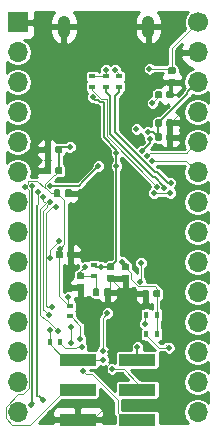
<source format=gbr>
G04 #@! TF.GenerationSoftware,KiCad,Pcbnew,5.0.1-33cea8e~66~ubuntu18.04.1*
G04 #@! TF.CreationDate,2018-10-16T23:10:54+02:00*
G04 #@! TF.ProjectId,TinyFPGA-BX,54696E79465047412D42582E6B696361,rev?*
G04 #@! TF.SameCoordinates,Original*
G04 #@! TF.FileFunction,Copper,L2,Bot,Signal*
G04 #@! TF.FilePolarity,Positive*
%FSLAX46Y46*%
G04 Gerber Fmt 4.6, Leading zero omitted, Abs format (unit mm)*
G04 Created by KiCad (PCBNEW 5.0.1-33cea8e~66~ubuntu18.04.1) date di 16 okt 2018 23:10:54 CEST*
%MOMM*%
%LPD*%
G01*
G04 APERTURE LIST*
G04 #@! TA.AperFunction,Conductor*
%ADD10C,0.100000*%
G04 #@! TD*
G04 #@! TA.AperFunction,SMDPad,CuDef*
%ADD11C,0.590000*%
G04 #@! TD*
G04 #@! TA.AperFunction,ComponentPad*
%ADD12R,1.700000X1.700000*%
G04 #@! TD*
G04 #@! TA.AperFunction,ComponentPad*
%ADD13O,1.700000X1.700000*%
G04 #@! TD*
G04 #@! TA.AperFunction,SMDPad,CuDef*
%ADD14R,3.150000X1.000000*%
G04 #@! TD*
G04 #@! TA.AperFunction,SMDPad,CuDef*
%ADD15R,0.400000X0.600000*%
G04 #@! TD*
G04 #@! TA.AperFunction,SMDPad,CuDef*
%ADD16R,0.600000X0.400000*%
G04 #@! TD*
G04 #@! TA.AperFunction,ComponentPad*
%ADD17C,1.700000*%
G04 #@! TD*
G04 #@! TA.AperFunction,SMDPad,CuDef*
%ADD18R,0.380000X0.600000*%
G04 #@! TD*
G04 #@! TA.AperFunction,ComponentPad*
%ADD19O,1.050000X1.900000*%
G04 #@! TD*
G04 #@! TA.AperFunction,ViaPad*
%ADD20C,0.500000*%
G04 #@! TD*
G04 #@! TA.AperFunction,Conductor*
%ADD21C,0.150000*%
G04 #@! TD*
G04 #@! TA.AperFunction,Conductor*
%ADD22C,0.200000*%
G04 #@! TD*
G04 #@! TA.AperFunction,Conductor*
%ADD23C,0.254000*%
G04 #@! TD*
G04 APERTURE END LIST*
D10*
G04 #@! TO.N,GND*
G04 #@! TO.C,C12*
G36*
X147989958Y-111948710D02*
X148004276Y-111950834D01*
X148018317Y-111954351D01*
X148031946Y-111959228D01*
X148045031Y-111965417D01*
X148057447Y-111972858D01*
X148069073Y-111981481D01*
X148079798Y-111991202D01*
X148089519Y-112001927D01*
X148098142Y-112013553D01*
X148105583Y-112025969D01*
X148111772Y-112039054D01*
X148116649Y-112052683D01*
X148120166Y-112066724D01*
X148122290Y-112081042D01*
X148123000Y-112095500D01*
X148123000Y-112440500D01*
X148122290Y-112454958D01*
X148120166Y-112469276D01*
X148116649Y-112483317D01*
X148111772Y-112496946D01*
X148105583Y-112510031D01*
X148098142Y-112522447D01*
X148089519Y-112534073D01*
X148079798Y-112544798D01*
X148069073Y-112554519D01*
X148057447Y-112563142D01*
X148045031Y-112570583D01*
X148031946Y-112576772D01*
X148018317Y-112581649D01*
X148004276Y-112585166D01*
X147989958Y-112587290D01*
X147975500Y-112588000D01*
X147680500Y-112588000D01*
X147666042Y-112587290D01*
X147651724Y-112585166D01*
X147637683Y-112581649D01*
X147624054Y-112576772D01*
X147610969Y-112570583D01*
X147598553Y-112563142D01*
X147586927Y-112554519D01*
X147576202Y-112544798D01*
X147566481Y-112534073D01*
X147557858Y-112522447D01*
X147550417Y-112510031D01*
X147544228Y-112496946D01*
X147539351Y-112483317D01*
X147535834Y-112469276D01*
X147533710Y-112454958D01*
X147533000Y-112440500D01*
X147533000Y-112095500D01*
X147533710Y-112081042D01*
X147535834Y-112066724D01*
X147539351Y-112052683D01*
X147544228Y-112039054D01*
X147550417Y-112025969D01*
X147557858Y-112013553D01*
X147566481Y-112001927D01*
X147576202Y-111991202D01*
X147586927Y-111981481D01*
X147598553Y-111972858D01*
X147610969Y-111965417D01*
X147624054Y-111959228D01*
X147637683Y-111954351D01*
X147651724Y-111950834D01*
X147666042Y-111948710D01*
X147680500Y-111948000D01*
X147975500Y-111948000D01*
X147989958Y-111948710D01*
X147989958Y-111948710D01*
G37*
D11*
G04 #@! TD*
G04 #@! TO.P,C12,2*
G04 #@! TO.N,GND*
X147828000Y-112268000D03*
D10*
G04 #@! TO.N,SPI_VCCIO1*
G04 #@! TO.C,C12*
G36*
X147019958Y-111948710D02*
X147034276Y-111950834D01*
X147048317Y-111954351D01*
X147061946Y-111959228D01*
X147075031Y-111965417D01*
X147087447Y-111972858D01*
X147099073Y-111981481D01*
X147109798Y-111991202D01*
X147119519Y-112001927D01*
X147128142Y-112013553D01*
X147135583Y-112025969D01*
X147141772Y-112039054D01*
X147146649Y-112052683D01*
X147150166Y-112066724D01*
X147152290Y-112081042D01*
X147153000Y-112095500D01*
X147153000Y-112440500D01*
X147152290Y-112454958D01*
X147150166Y-112469276D01*
X147146649Y-112483317D01*
X147141772Y-112496946D01*
X147135583Y-112510031D01*
X147128142Y-112522447D01*
X147119519Y-112534073D01*
X147109798Y-112544798D01*
X147099073Y-112554519D01*
X147087447Y-112563142D01*
X147075031Y-112570583D01*
X147061946Y-112576772D01*
X147048317Y-112581649D01*
X147034276Y-112585166D01*
X147019958Y-112587290D01*
X147005500Y-112588000D01*
X146710500Y-112588000D01*
X146696042Y-112587290D01*
X146681724Y-112585166D01*
X146667683Y-112581649D01*
X146654054Y-112576772D01*
X146640969Y-112570583D01*
X146628553Y-112563142D01*
X146616927Y-112554519D01*
X146606202Y-112544798D01*
X146596481Y-112534073D01*
X146587858Y-112522447D01*
X146580417Y-112510031D01*
X146574228Y-112496946D01*
X146569351Y-112483317D01*
X146565834Y-112469276D01*
X146563710Y-112454958D01*
X146563000Y-112440500D01*
X146563000Y-112095500D01*
X146563710Y-112081042D01*
X146565834Y-112066724D01*
X146569351Y-112052683D01*
X146574228Y-112039054D01*
X146580417Y-112025969D01*
X146587858Y-112013553D01*
X146596481Y-112001927D01*
X146606202Y-111991202D01*
X146616927Y-111981481D01*
X146628553Y-111972858D01*
X146640969Y-111965417D01*
X146654054Y-111959228D01*
X146667683Y-111954351D01*
X146681724Y-111950834D01*
X146696042Y-111948710D01*
X146710500Y-111948000D01*
X147005500Y-111948000D01*
X147019958Y-111948710D01*
X147019958Y-111948710D01*
G37*
D11*
G04 #@! TD*
G04 #@! TO.P,C12,1*
G04 #@! TO.N,SPI_VCCIO1*
X146858000Y-112268000D03*
D12*
G04 #@! TO.P,J1,1*
G04 #@! TO.N,GND*
X143516000Y-97799100D03*
D13*
G04 #@! TO.P,J1,2*
G04 #@! TO.N,HL_02*
X143516000Y-100339100D03*
G04 #@! TO.P,J1,3*
G04 #@! TO.N,HL_03*
X143516000Y-102879100D03*
G04 #@! TO.P,J1,4*
G04 #@! TO.N,HL_04*
X143516000Y-105419100D03*
G04 #@! TO.P,J1,5*
G04 #@! TO.N,HL_05*
X143516000Y-107959100D03*
G04 #@! TO.P,J1,6*
G04 #@! TO.N,HL_06*
X143516000Y-110499100D03*
G04 #@! TO.P,J1,7*
G04 #@! TO.N,HL_07*
X143516000Y-113039100D03*
G04 #@! TO.P,J1,8*
G04 #@! TO.N,HL_08*
X143516000Y-115579100D03*
G04 #@! TO.P,J1,9*
G04 #@! TO.N,HL_09*
X143516000Y-118119100D03*
G04 #@! TO.P,J1,10*
G04 #@! TO.N,HL_10*
X143516000Y-120659100D03*
G04 #@! TO.P,J1,11*
G04 #@! TO.N,HL_11*
X143516000Y-123199100D03*
G04 #@! TO.P,J1,12*
G04 #@! TO.N,HL_12*
X143516000Y-125739100D03*
G04 #@! TO.P,J1,13*
G04 #@! TO.N,HL_13*
X143516000Y-128279100D03*
G04 #@! TO.P,J1,14*
G04 #@! TO.N,HL_14*
X143516000Y-130819100D03*
G04 #@! TD*
D14*
G04 #@! TO.P,J5,1*
G04 #@! TO.N,GND*
X148620000Y-131445000D03*
G04 #@! TO.P,J5,2*
G04 #@! TO.N,SCK*
X153670000Y-131445000D03*
G04 #@! TO.P,J5,3*
G04 #@! TO.N,SPI_VCCIO1*
X148620000Y-128905000D03*
G04 #@! TO.P,J5,4*
G04 #@! TO.N,SDO*
X153670000Y-128905000D03*
G04 #@! TO.P,J5,5*
G04 #@! TO.N,SS*
X148620000Y-126365000D03*
G04 #@! TO.P,J5,6*
G04 #@! TO.N,SDI*
X153670000Y-126365000D03*
G04 #@! TD*
D15*
G04 #@! TO.P,R6,1*
G04 #@! TO.N,SPI_VCCIO1*
X155332000Y-124206000D03*
G04 #@! TO.P,R6,2*
G04 #@! TO.N,CRESET_B*
X154432000Y-124206000D03*
G04 #@! TD*
D16*
G04 #@! TO.P,R7,1*
G04 #@! TO.N,SPI_VCCIO1*
X147955000Y-121793000D03*
G04 #@! TO.P,R7,2*
G04 #@! TO.N,Net-(R7-Pad2)*
X147955000Y-122693000D03*
G04 #@! TD*
D17*
G04 #@! TO.P,J2,1*
G04 #@! TO.N,+5V*
X158756000Y-97799100D03*
D13*
G04 #@! TO.P,J2,2*
G04 #@! TO.N,GND*
X158756000Y-100339100D03*
G04 #@! TO.P,J2,3*
G04 #@! TO.N,SPI_VCCIO1*
X158756000Y-102879100D03*
G04 #@! TO.P,J2,4*
G04 #@! TO.N,HR_04*
X158756000Y-105419100D03*
G04 #@! TO.P,J2,5*
G04 #@! TO.N,HR_05*
X158756000Y-107959100D03*
G04 #@! TO.P,J2,6*
G04 #@! TO.N,HR_06*
X158756000Y-110499100D03*
G04 #@! TO.P,J2,7*
G04 #@! TO.N,HR_07*
X158756000Y-113039100D03*
G04 #@! TO.P,J2,8*
G04 #@! TO.N,HR_08*
X158756000Y-115579100D03*
G04 #@! TO.P,J2,9*
G04 #@! TO.N,HR_09*
X158756000Y-118119100D03*
G04 #@! TO.P,J2,10*
G04 #@! TO.N,HR_10*
X158756000Y-120659100D03*
G04 #@! TO.P,J2,11*
G04 #@! TO.N,HR_11*
X158756000Y-123199100D03*
G04 #@! TO.P,J2,12*
G04 #@! TO.N,HR_12*
X158756000Y-125739100D03*
G04 #@! TO.P,J2,13*
G04 #@! TO.N,HR_13*
X158756000Y-128279100D03*
G04 #@! TO.P,J2,14*
G04 #@! TO.N,HR_14*
X158756000Y-130819100D03*
G04 #@! TD*
D18*
G04 #@! TO.P,R5,1*
G04 #@! TO.N,SPI_VCCIO1*
X147135000Y-124841000D03*
G04 #@! TO.P,R5,2*
G04 #@! TO.N,SS*
X146235000Y-124841000D03*
G04 #@! TD*
D16*
G04 #@! TO.P,R4,1*
G04 #@! TO.N,VCCPLL*
X149987000Y-119253000D03*
G04 #@! TO.P,R4,2*
G04 #@! TO.N,VCC_CORE*
X149987000Y-118353000D03*
G04 #@! TD*
G04 #@! TO.P,R1,1*
G04 #@! TO.N,Net-(J3-Pad3)*
X149860000Y-102356500D03*
G04 #@! TO.P,R1,2*
G04 #@! TO.N,USB_PU*
X149860000Y-103256500D03*
G04 #@! TD*
G04 #@! TO.P,R2,1*
G04 #@! TO.N,USB_P*
X151003000Y-103262000D03*
G04 #@! TO.P,R2,2*
G04 #@! TO.N,Net-(J3-Pad3)*
X151003000Y-102362000D03*
G04 #@! TD*
G04 #@! TO.P,R3,1*
G04 #@! TO.N,USB_N*
X152082500Y-103262000D03*
G04 #@! TO.P,R3,2*
G04 #@! TO.N,Net-(J3-Pad2)*
X152082500Y-102362000D03*
G04 #@! TD*
D15*
G04 #@! TO.P,R10,1*
G04 #@! TO.N,SPI_VCCIO1*
X155332000Y-122555000D03*
G04 #@! TO.P,R10,2*
G04 #@! TO.N,Net-(R10-Pad2)*
X154432000Y-122555000D03*
G04 #@! TD*
D10*
G04 #@! TO.N,+5V*
G04 #@! TO.C,C1*
G36*
X155612958Y-103603810D02*
X155627276Y-103605934D01*
X155641317Y-103609451D01*
X155654946Y-103614328D01*
X155668031Y-103620517D01*
X155680447Y-103627958D01*
X155692073Y-103636581D01*
X155702798Y-103646302D01*
X155712519Y-103657027D01*
X155721142Y-103668653D01*
X155728583Y-103681069D01*
X155734772Y-103694154D01*
X155739649Y-103707783D01*
X155743166Y-103721824D01*
X155745290Y-103736142D01*
X155746000Y-103750600D01*
X155746000Y-104095600D01*
X155745290Y-104110058D01*
X155743166Y-104124376D01*
X155739649Y-104138417D01*
X155734772Y-104152046D01*
X155728583Y-104165131D01*
X155721142Y-104177547D01*
X155712519Y-104189173D01*
X155702798Y-104199898D01*
X155692073Y-104209619D01*
X155680447Y-104218242D01*
X155668031Y-104225683D01*
X155654946Y-104231872D01*
X155641317Y-104236749D01*
X155627276Y-104240266D01*
X155612958Y-104242390D01*
X155598500Y-104243100D01*
X155303500Y-104243100D01*
X155289042Y-104242390D01*
X155274724Y-104240266D01*
X155260683Y-104236749D01*
X155247054Y-104231872D01*
X155233969Y-104225683D01*
X155221553Y-104218242D01*
X155209927Y-104209619D01*
X155199202Y-104199898D01*
X155189481Y-104189173D01*
X155180858Y-104177547D01*
X155173417Y-104165131D01*
X155167228Y-104152046D01*
X155162351Y-104138417D01*
X155158834Y-104124376D01*
X155156710Y-104110058D01*
X155156000Y-104095600D01*
X155156000Y-103750600D01*
X155156710Y-103736142D01*
X155158834Y-103721824D01*
X155162351Y-103707783D01*
X155167228Y-103694154D01*
X155173417Y-103681069D01*
X155180858Y-103668653D01*
X155189481Y-103657027D01*
X155199202Y-103646302D01*
X155209927Y-103636581D01*
X155221553Y-103627958D01*
X155233969Y-103620517D01*
X155247054Y-103614328D01*
X155260683Y-103609451D01*
X155274724Y-103605934D01*
X155289042Y-103603810D01*
X155303500Y-103603100D01*
X155598500Y-103603100D01*
X155612958Y-103603810D01*
X155612958Y-103603810D01*
G37*
D11*
G04 #@! TD*
G04 #@! TO.P,C1,1*
G04 #@! TO.N,+5V*
X155451000Y-103923100D03*
D10*
G04 #@! TO.N,GND*
G04 #@! TO.C,C1*
G36*
X156582958Y-103603810D02*
X156597276Y-103605934D01*
X156611317Y-103609451D01*
X156624946Y-103614328D01*
X156638031Y-103620517D01*
X156650447Y-103627958D01*
X156662073Y-103636581D01*
X156672798Y-103646302D01*
X156682519Y-103657027D01*
X156691142Y-103668653D01*
X156698583Y-103681069D01*
X156704772Y-103694154D01*
X156709649Y-103707783D01*
X156713166Y-103721824D01*
X156715290Y-103736142D01*
X156716000Y-103750600D01*
X156716000Y-104095600D01*
X156715290Y-104110058D01*
X156713166Y-104124376D01*
X156709649Y-104138417D01*
X156704772Y-104152046D01*
X156698583Y-104165131D01*
X156691142Y-104177547D01*
X156682519Y-104189173D01*
X156672798Y-104199898D01*
X156662073Y-104209619D01*
X156650447Y-104218242D01*
X156638031Y-104225683D01*
X156624946Y-104231872D01*
X156611317Y-104236749D01*
X156597276Y-104240266D01*
X156582958Y-104242390D01*
X156568500Y-104243100D01*
X156273500Y-104243100D01*
X156259042Y-104242390D01*
X156244724Y-104240266D01*
X156230683Y-104236749D01*
X156217054Y-104231872D01*
X156203969Y-104225683D01*
X156191553Y-104218242D01*
X156179927Y-104209619D01*
X156169202Y-104199898D01*
X156159481Y-104189173D01*
X156150858Y-104177547D01*
X156143417Y-104165131D01*
X156137228Y-104152046D01*
X156132351Y-104138417D01*
X156128834Y-104124376D01*
X156126710Y-104110058D01*
X156126000Y-104095600D01*
X156126000Y-103750600D01*
X156126710Y-103736142D01*
X156128834Y-103721824D01*
X156132351Y-103707783D01*
X156137228Y-103694154D01*
X156143417Y-103681069D01*
X156150858Y-103668653D01*
X156159481Y-103657027D01*
X156169202Y-103646302D01*
X156179927Y-103636581D01*
X156191553Y-103627958D01*
X156203969Y-103620517D01*
X156217054Y-103614328D01*
X156230683Y-103609451D01*
X156244724Y-103605934D01*
X156259042Y-103603810D01*
X156273500Y-103603100D01*
X156568500Y-103603100D01*
X156582958Y-103603810D01*
X156582958Y-103603810D01*
G37*
D11*
G04 #@! TD*
G04 #@! TO.P,C1,2*
G04 #@! TO.N,GND*
X156421000Y-103923100D03*
D10*
G04 #@! TO.N,GND*
G04 #@! TO.C,C2*
G36*
X156582958Y-107203810D02*
X156597276Y-107205934D01*
X156611317Y-107209451D01*
X156624946Y-107214328D01*
X156638031Y-107220517D01*
X156650447Y-107227958D01*
X156662073Y-107236581D01*
X156672798Y-107246302D01*
X156682519Y-107257027D01*
X156691142Y-107268653D01*
X156698583Y-107281069D01*
X156704772Y-107294154D01*
X156709649Y-107307783D01*
X156713166Y-107321824D01*
X156715290Y-107336142D01*
X156716000Y-107350600D01*
X156716000Y-107695600D01*
X156715290Y-107710058D01*
X156713166Y-107724376D01*
X156709649Y-107738417D01*
X156704772Y-107752046D01*
X156698583Y-107765131D01*
X156691142Y-107777547D01*
X156682519Y-107789173D01*
X156672798Y-107799898D01*
X156662073Y-107809619D01*
X156650447Y-107818242D01*
X156638031Y-107825683D01*
X156624946Y-107831872D01*
X156611317Y-107836749D01*
X156597276Y-107840266D01*
X156582958Y-107842390D01*
X156568500Y-107843100D01*
X156273500Y-107843100D01*
X156259042Y-107842390D01*
X156244724Y-107840266D01*
X156230683Y-107836749D01*
X156217054Y-107831872D01*
X156203969Y-107825683D01*
X156191553Y-107818242D01*
X156179927Y-107809619D01*
X156169202Y-107799898D01*
X156159481Y-107789173D01*
X156150858Y-107777547D01*
X156143417Y-107765131D01*
X156137228Y-107752046D01*
X156132351Y-107738417D01*
X156128834Y-107724376D01*
X156126710Y-107710058D01*
X156126000Y-107695600D01*
X156126000Y-107350600D01*
X156126710Y-107336142D01*
X156128834Y-107321824D01*
X156132351Y-107307783D01*
X156137228Y-107294154D01*
X156143417Y-107281069D01*
X156150858Y-107268653D01*
X156159481Y-107257027D01*
X156169202Y-107246302D01*
X156179927Y-107236581D01*
X156191553Y-107227958D01*
X156203969Y-107220517D01*
X156217054Y-107214328D01*
X156230683Y-107209451D01*
X156244724Y-107205934D01*
X156259042Y-107203810D01*
X156273500Y-107203100D01*
X156568500Y-107203100D01*
X156582958Y-107203810D01*
X156582958Y-107203810D01*
G37*
D11*
G04 #@! TD*
G04 #@! TO.P,C2,2*
G04 #@! TO.N,GND*
X156421000Y-107523100D03*
D10*
G04 #@! TO.N,SPI_VCCIO1*
G04 #@! TO.C,C2*
G36*
X155612958Y-107203810D02*
X155627276Y-107205934D01*
X155641317Y-107209451D01*
X155654946Y-107214328D01*
X155668031Y-107220517D01*
X155680447Y-107227958D01*
X155692073Y-107236581D01*
X155702798Y-107246302D01*
X155712519Y-107257027D01*
X155721142Y-107268653D01*
X155728583Y-107281069D01*
X155734772Y-107294154D01*
X155739649Y-107307783D01*
X155743166Y-107321824D01*
X155745290Y-107336142D01*
X155746000Y-107350600D01*
X155746000Y-107695600D01*
X155745290Y-107710058D01*
X155743166Y-107724376D01*
X155739649Y-107738417D01*
X155734772Y-107752046D01*
X155728583Y-107765131D01*
X155721142Y-107777547D01*
X155712519Y-107789173D01*
X155702798Y-107799898D01*
X155692073Y-107809619D01*
X155680447Y-107818242D01*
X155668031Y-107825683D01*
X155654946Y-107831872D01*
X155641317Y-107836749D01*
X155627276Y-107840266D01*
X155612958Y-107842390D01*
X155598500Y-107843100D01*
X155303500Y-107843100D01*
X155289042Y-107842390D01*
X155274724Y-107840266D01*
X155260683Y-107836749D01*
X155247054Y-107831872D01*
X155233969Y-107825683D01*
X155221553Y-107818242D01*
X155209927Y-107809619D01*
X155199202Y-107799898D01*
X155189481Y-107789173D01*
X155180858Y-107777547D01*
X155173417Y-107765131D01*
X155167228Y-107752046D01*
X155162351Y-107738417D01*
X155158834Y-107724376D01*
X155156710Y-107710058D01*
X155156000Y-107695600D01*
X155156000Y-107350600D01*
X155156710Y-107336142D01*
X155158834Y-107321824D01*
X155162351Y-107307783D01*
X155167228Y-107294154D01*
X155173417Y-107281069D01*
X155180858Y-107268653D01*
X155189481Y-107257027D01*
X155199202Y-107246302D01*
X155209927Y-107236581D01*
X155221553Y-107227958D01*
X155233969Y-107220517D01*
X155247054Y-107214328D01*
X155260683Y-107209451D01*
X155274724Y-107205934D01*
X155289042Y-107203810D01*
X155303500Y-107203100D01*
X155598500Y-107203100D01*
X155612958Y-107203810D01*
X155612958Y-107203810D01*
G37*
D11*
G04 #@! TD*
G04 #@! TO.P,C2,1*
G04 #@! TO.N,SPI_VCCIO1*
X155451000Y-107523100D03*
D10*
G04 #@! TO.N,GND*
G04 #@! TO.C,C4*
G36*
X156582958Y-106003810D02*
X156597276Y-106005934D01*
X156611317Y-106009451D01*
X156624946Y-106014328D01*
X156638031Y-106020517D01*
X156650447Y-106027958D01*
X156662073Y-106036581D01*
X156672798Y-106046302D01*
X156682519Y-106057027D01*
X156691142Y-106068653D01*
X156698583Y-106081069D01*
X156704772Y-106094154D01*
X156709649Y-106107783D01*
X156713166Y-106121824D01*
X156715290Y-106136142D01*
X156716000Y-106150600D01*
X156716000Y-106495600D01*
X156715290Y-106510058D01*
X156713166Y-106524376D01*
X156709649Y-106538417D01*
X156704772Y-106552046D01*
X156698583Y-106565131D01*
X156691142Y-106577547D01*
X156682519Y-106589173D01*
X156672798Y-106599898D01*
X156662073Y-106609619D01*
X156650447Y-106618242D01*
X156638031Y-106625683D01*
X156624946Y-106631872D01*
X156611317Y-106636749D01*
X156597276Y-106640266D01*
X156582958Y-106642390D01*
X156568500Y-106643100D01*
X156273500Y-106643100D01*
X156259042Y-106642390D01*
X156244724Y-106640266D01*
X156230683Y-106636749D01*
X156217054Y-106631872D01*
X156203969Y-106625683D01*
X156191553Y-106618242D01*
X156179927Y-106609619D01*
X156169202Y-106599898D01*
X156159481Y-106589173D01*
X156150858Y-106577547D01*
X156143417Y-106565131D01*
X156137228Y-106552046D01*
X156132351Y-106538417D01*
X156128834Y-106524376D01*
X156126710Y-106510058D01*
X156126000Y-106495600D01*
X156126000Y-106150600D01*
X156126710Y-106136142D01*
X156128834Y-106121824D01*
X156132351Y-106107783D01*
X156137228Y-106094154D01*
X156143417Y-106081069D01*
X156150858Y-106068653D01*
X156159481Y-106057027D01*
X156169202Y-106046302D01*
X156179927Y-106036581D01*
X156191553Y-106027958D01*
X156203969Y-106020517D01*
X156217054Y-106014328D01*
X156230683Y-106009451D01*
X156244724Y-106005934D01*
X156259042Y-106003810D01*
X156273500Y-106003100D01*
X156568500Y-106003100D01*
X156582958Y-106003810D01*
X156582958Y-106003810D01*
G37*
D11*
G04 #@! TD*
G04 #@! TO.P,C4,2*
G04 #@! TO.N,GND*
X156421000Y-106323100D03*
D10*
G04 #@! TO.N,SPI_VCCIO1*
G04 #@! TO.C,C4*
G36*
X155612958Y-106003810D02*
X155627276Y-106005934D01*
X155641317Y-106009451D01*
X155654946Y-106014328D01*
X155668031Y-106020517D01*
X155680447Y-106027958D01*
X155692073Y-106036581D01*
X155702798Y-106046302D01*
X155712519Y-106057027D01*
X155721142Y-106068653D01*
X155728583Y-106081069D01*
X155734772Y-106094154D01*
X155739649Y-106107783D01*
X155743166Y-106121824D01*
X155745290Y-106136142D01*
X155746000Y-106150600D01*
X155746000Y-106495600D01*
X155745290Y-106510058D01*
X155743166Y-106524376D01*
X155739649Y-106538417D01*
X155734772Y-106552046D01*
X155728583Y-106565131D01*
X155721142Y-106577547D01*
X155712519Y-106589173D01*
X155702798Y-106599898D01*
X155692073Y-106609619D01*
X155680447Y-106618242D01*
X155668031Y-106625683D01*
X155654946Y-106631872D01*
X155641317Y-106636749D01*
X155627276Y-106640266D01*
X155612958Y-106642390D01*
X155598500Y-106643100D01*
X155303500Y-106643100D01*
X155289042Y-106642390D01*
X155274724Y-106640266D01*
X155260683Y-106636749D01*
X155247054Y-106631872D01*
X155233969Y-106625683D01*
X155221553Y-106618242D01*
X155209927Y-106609619D01*
X155199202Y-106599898D01*
X155189481Y-106589173D01*
X155180858Y-106577547D01*
X155173417Y-106565131D01*
X155167228Y-106552046D01*
X155162351Y-106538417D01*
X155158834Y-106524376D01*
X155156710Y-106510058D01*
X155156000Y-106495600D01*
X155156000Y-106150600D01*
X155156710Y-106136142D01*
X155158834Y-106121824D01*
X155162351Y-106107783D01*
X155167228Y-106094154D01*
X155173417Y-106081069D01*
X155180858Y-106068653D01*
X155189481Y-106057027D01*
X155199202Y-106046302D01*
X155209927Y-106036581D01*
X155221553Y-106027958D01*
X155233969Y-106020517D01*
X155247054Y-106014328D01*
X155260683Y-106009451D01*
X155274724Y-106005934D01*
X155289042Y-106003810D01*
X155303500Y-106003100D01*
X155598500Y-106003100D01*
X155612958Y-106003810D01*
X155612958Y-106003810D01*
G37*
D11*
G04 #@! TD*
G04 #@! TO.P,C4,1*
G04 #@! TO.N,SPI_VCCIO1*
X155451000Y-106323100D03*
D10*
G04 #@! TO.N,GND*
G04 #@! TO.C,C5*
G36*
X154512958Y-120457710D02*
X154527276Y-120459834D01*
X154541317Y-120463351D01*
X154554946Y-120468228D01*
X154568031Y-120474417D01*
X154580447Y-120481858D01*
X154592073Y-120490481D01*
X154602798Y-120500202D01*
X154612519Y-120510927D01*
X154621142Y-120522553D01*
X154628583Y-120534969D01*
X154634772Y-120548054D01*
X154639649Y-120561683D01*
X154643166Y-120575724D01*
X154645290Y-120590042D01*
X154646000Y-120604500D01*
X154646000Y-120949500D01*
X154645290Y-120963958D01*
X154643166Y-120978276D01*
X154639649Y-120992317D01*
X154634772Y-121005946D01*
X154628583Y-121019031D01*
X154621142Y-121031447D01*
X154612519Y-121043073D01*
X154602798Y-121053798D01*
X154592073Y-121063519D01*
X154580447Y-121072142D01*
X154568031Y-121079583D01*
X154554946Y-121085772D01*
X154541317Y-121090649D01*
X154527276Y-121094166D01*
X154512958Y-121096290D01*
X154498500Y-121097000D01*
X154203500Y-121097000D01*
X154189042Y-121096290D01*
X154174724Y-121094166D01*
X154160683Y-121090649D01*
X154147054Y-121085772D01*
X154133969Y-121079583D01*
X154121553Y-121072142D01*
X154109927Y-121063519D01*
X154099202Y-121053798D01*
X154089481Y-121043073D01*
X154080858Y-121031447D01*
X154073417Y-121019031D01*
X154067228Y-121005946D01*
X154062351Y-120992317D01*
X154058834Y-120978276D01*
X154056710Y-120963958D01*
X154056000Y-120949500D01*
X154056000Y-120604500D01*
X154056710Y-120590042D01*
X154058834Y-120575724D01*
X154062351Y-120561683D01*
X154067228Y-120548054D01*
X154073417Y-120534969D01*
X154080858Y-120522553D01*
X154089481Y-120510927D01*
X154099202Y-120500202D01*
X154109927Y-120490481D01*
X154121553Y-120481858D01*
X154133969Y-120474417D01*
X154147054Y-120468228D01*
X154160683Y-120463351D01*
X154174724Y-120459834D01*
X154189042Y-120457710D01*
X154203500Y-120457000D01*
X154498500Y-120457000D01*
X154512958Y-120457710D01*
X154512958Y-120457710D01*
G37*
D11*
G04 #@! TD*
G04 #@! TO.P,C5,2*
G04 #@! TO.N,GND*
X154351000Y-120777000D03*
D10*
G04 #@! TO.N,SPI_VCCIO1*
G04 #@! TO.C,C5*
G36*
X155482958Y-120457710D02*
X155497276Y-120459834D01*
X155511317Y-120463351D01*
X155524946Y-120468228D01*
X155538031Y-120474417D01*
X155550447Y-120481858D01*
X155562073Y-120490481D01*
X155572798Y-120500202D01*
X155582519Y-120510927D01*
X155591142Y-120522553D01*
X155598583Y-120534969D01*
X155604772Y-120548054D01*
X155609649Y-120561683D01*
X155613166Y-120575724D01*
X155615290Y-120590042D01*
X155616000Y-120604500D01*
X155616000Y-120949500D01*
X155615290Y-120963958D01*
X155613166Y-120978276D01*
X155609649Y-120992317D01*
X155604772Y-121005946D01*
X155598583Y-121019031D01*
X155591142Y-121031447D01*
X155582519Y-121043073D01*
X155572798Y-121053798D01*
X155562073Y-121063519D01*
X155550447Y-121072142D01*
X155538031Y-121079583D01*
X155524946Y-121085772D01*
X155511317Y-121090649D01*
X155497276Y-121094166D01*
X155482958Y-121096290D01*
X155468500Y-121097000D01*
X155173500Y-121097000D01*
X155159042Y-121096290D01*
X155144724Y-121094166D01*
X155130683Y-121090649D01*
X155117054Y-121085772D01*
X155103969Y-121079583D01*
X155091553Y-121072142D01*
X155079927Y-121063519D01*
X155069202Y-121053798D01*
X155059481Y-121043073D01*
X155050858Y-121031447D01*
X155043417Y-121019031D01*
X155037228Y-121005946D01*
X155032351Y-120992317D01*
X155028834Y-120978276D01*
X155026710Y-120963958D01*
X155026000Y-120949500D01*
X155026000Y-120604500D01*
X155026710Y-120590042D01*
X155028834Y-120575724D01*
X155032351Y-120561683D01*
X155037228Y-120548054D01*
X155043417Y-120534969D01*
X155050858Y-120522553D01*
X155059481Y-120510927D01*
X155069202Y-120500202D01*
X155079927Y-120490481D01*
X155091553Y-120481858D01*
X155103969Y-120474417D01*
X155117054Y-120468228D01*
X155130683Y-120463351D01*
X155144724Y-120459834D01*
X155159042Y-120457710D01*
X155173500Y-120457000D01*
X155468500Y-120457000D01*
X155482958Y-120457710D01*
X155482958Y-120457710D01*
G37*
D11*
G04 #@! TD*
G04 #@! TO.P,C5,1*
G04 #@! TO.N,SPI_VCCIO1*
X155321000Y-120777000D03*
D10*
G04 #@! TO.N,VCCPLL*
G04 #@! TO.C,C6*
G36*
X149030958Y-118981710D02*
X149045276Y-118983834D01*
X149059317Y-118987351D01*
X149072946Y-118992228D01*
X149086031Y-118998417D01*
X149098447Y-119005858D01*
X149110073Y-119014481D01*
X149120798Y-119024202D01*
X149130519Y-119034927D01*
X149139142Y-119046553D01*
X149146583Y-119058969D01*
X149152772Y-119072054D01*
X149157649Y-119085683D01*
X149161166Y-119099724D01*
X149163290Y-119114042D01*
X149164000Y-119128500D01*
X149164000Y-119423500D01*
X149163290Y-119437958D01*
X149161166Y-119452276D01*
X149157649Y-119466317D01*
X149152772Y-119479946D01*
X149146583Y-119493031D01*
X149139142Y-119505447D01*
X149130519Y-119517073D01*
X149120798Y-119527798D01*
X149110073Y-119537519D01*
X149098447Y-119546142D01*
X149086031Y-119553583D01*
X149072946Y-119559772D01*
X149059317Y-119564649D01*
X149045276Y-119568166D01*
X149030958Y-119570290D01*
X149016500Y-119571000D01*
X148671500Y-119571000D01*
X148657042Y-119570290D01*
X148642724Y-119568166D01*
X148628683Y-119564649D01*
X148615054Y-119559772D01*
X148601969Y-119553583D01*
X148589553Y-119546142D01*
X148577927Y-119537519D01*
X148567202Y-119527798D01*
X148557481Y-119517073D01*
X148548858Y-119505447D01*
X148541417Y-119493031D01*
X148535228Y-119479946D01*
X148530351Y-119466317D01*
X148526834Y-119452276D01*
X148524710Y-119437958D01*
X148524000Y-119423500D01*
X148524000Y-119128500D01*
X148524710Y-119114042D01*
X148526834Y-119099724D01*
X148530351Y-119085683D01*
X148535228Y-119072054D01*
X148541417Y-119058969D01*
X148548858Y-119046553D01*
X148557481Y-119034927D01*
X148567202Y-119024202D01*
X148577927Y-119014481D01*
X148589553Y-119005858D01*
X148601969Y-118998417D01*
X148615054Y-118992228D01*
X148628683Y-118987351D01*
X148642724Y-118983834D01*
X148657042Y-118981710D01*
X148671500Y-118981000D01*
X149016500Y-118981000D01*
X149030958Y-118981710D01*
X149030958Y-118981710D01*
G37*
D11*
G04 #@! TD*
G04 #@! TO.P,C6,1*
G04 #@! TO.N,VCCPLL*
X148844000Y-119276000D03*
D10*
G04 #@! TO.N,GND*
G04 #@! TO.C,C6*
G36*
X149030958Y-119951710D02*
X149045276Y-119953834D01*
X149059317Y-119957351D01*
X149072946Y-119962228D01*
X149086031Y-119968417D01*
X149098447Y-119975858D01*
X149110073Y-119984481D01*
X149120798Y-119994202D01*
X149130519Y-120004927D01*
X149139142Y-120016553D01*
X149146583Y-120028969D01*
X149152772Y-120042054D01*
X149157649Y-120055683D01*
X149161166Y-120069724D01*
X149163290Y-120084042D01*
X149164000Y-120098500D01*
X149164000Y-120393500D01*
X149163290Y-120407958D01*
X149161166Y-120422276D01*
X149157649Y-120436317D01*
X149152772Y-120449946D01*
X149146583Y-120463031D01*
X149139142Y-120475447D01*
X149130519Y-120487073D01*
X149120798Y-120497798D01*
X149110073Y-120507519D01*
X149098447Y-120516142D01*
X149086031Y-120523583D01*
X149072946Y-120529772D01*
X149059317Y-120534649D01*
X149045276Y-120538166D01*
X149030958Y-120540290D01*
X149016500Y-120541000D01*
X148671500Y-120541000D01*
X148657042Y-120540290D01*
X148642724Y-120538166D01*
X148628683Y-120534649D01*
X148615054Y-120529772D01*
X148601969Y-120523583D01*
X148589553Y-120516142D01*
X148577927Y-120507519D01*
X148567202Y-120497798D01*
X148557481Y-120487073D01*
X148548858Y-120475447D01*
X148541417Y-120463031D01*
X148535228Y-120449946D01*
X148530351Y-120436317D01*
X148526834Y-120422276D01*
X148524710Y-120407958D01*
X148524000Y-120393500D01*
X148524000Y-120098500D01*
X148524710Y-120084042D01*
X148526834Y-120069724D01*
X148530351Y-120055683D01*
X148535228Y-120042054D01*
X148541417Y-120028969D01*
X148548858Y-120016553D01*
X148557481Y-120004927D01*
X148567202Y-119994202D01*
X148577927Y-119984481D01*
X148589553Y-119975858D01*
X148601969Y-119968417D01*
X148615054Y-119962228D01*
X148628683Y-119957351D01*
X148642724Y-119953834D01*
X148657042Y-119951710D01*
X148671500Y-119951000D01*
X149016500Y-119951000D01*
X149030958Y-119951710D01*
X149030958Y-119951710D01*
G37*
D11*
G04 #@! TD*
G04 #@! TO.P,C6,2*
G04 #@! TO.N,GND*
X148844000Y-120246000D03*
D10*
G04 #@! TO.N,SPI_VCCIO1*
G04 #@! TO.C,C8*
G36*
X147227958Y-117155710D02*
X147242276Y-117157834D01*
X147256317Y-117161351D01*
X147269946Y-117166228D01*
X147283031Y-117172417D01*
X147295447Y-117179858D01*
X147307073Y-117188481D01*
X147317798Y-117198202D01*
X147327519Y-117208927D01*
X147336142Y-117220553D01*
X147343583Y-117232969D01*
X147349772Y-117246054D01*
X147354649Y-117259683D01*
X147358166Y-117273724D01*
X147360290Y-117288042D01*
X147361000Y-117302500D01*
X147361000Y-117647500D01*
X147360290Y-117661958D01*
X147358166Y-117676276D01*
X147354649Y-117690317D01*
X147349772Y-117703946D01*
X147343583Y-117717031D01*
X147336142Y-117729447D01*
X147327519Y-117741073D01*
X147317798Y-117751798D01*
X147307073Y-117761519D01*
X147295447Y-117770142D01*
X147283031Y-117777583D01*
X147269946Y-117783772D01*
X147256317Y-117788649D01*
X147242276Y-117792166D01*
X147227958Y-117794290D01*
X147213500Y-117795000D01*
X146918500Y-117795000D01*
X146904042Y-117794290D01*
X146889724Y-117792166D01*
X146875683Y-117788649D01*
X146862054Y-117783772D01*
X146848969Y-117777583D01*
X146836553Y-117770142D01*
X146824927Y-117761519D01*
X146814202Y-117751798D01*
X146804481Y-117741073D01*
X146795858Y-117729447D01*
X146788417Y-117717031D01*
X146782228Y-117703946D01*
X146777351Y-117690317D01*
X146773834Y-117676276D01*
X146771710Y-117661958D01*
X146771000Y-117647500D01*
X146771000Y-117302500D01*
X146771710Y-117288042D01*
X146773834Y-117273724D01*
X146777351Y-117259683D01*
X146782228Y-117246054D01*
X146788417Y-117232969D01*
X146795858Y-117220553D01*
X146804481Y-117208927D01*
X146814202Y-117198202D01*
X146824927Y-117188481D01*
X146836553Y-117179858D01*
X146848969Y-117172417D01*
X146862054Y-117166228D01*
X146875683Y-117161351D01*
X146889724Y-117157834D01*
X146904042Y-117155710D01*
X146918500Y-117155000D01*
X147213500Y-117155000D01*
X147227958Y-117155710D01*
X147227958Y-117155710D01*
G37*
D11*
G04 #@! TD*
G04 #@! TO.P,C8,1*
G04 #@! TO.N,SPI_VCCIO1*
X147066000Y-117475000D03*
D10*
G04 #@! TO.N,GND*
G04 #@! TO.C,C8*
G36*
X148197958Y-117155710D02*
X148212276Y-117157834D01*
X148226317Y-117161351D01*
X148239946Y-117166228D01*
X148253031Y-117172417D01*
X148265447Y-117179858D01*
X148277073Y-117188481D01*
X148287798Y-117198202D01*
X148297519Y-117208927D01*
X148306142Y-117220553D01*
X148313583Y-117232969D01*
X148319772Y-117246054D01*
X148324649Y-117259683D01*
X148328166Y-117273724D01*
X148330290Y-117288042D01*
X148331000Y-117302500D01*
X148331000Y-117647500D01*
X148330290Y-117661958D01*
X148328166Y-117676276D01*
X148324649Y-117690317D01*
X148319772Y-117703946D01*
X148313583Y-117717031D01*
X148306142Y-117729447D01*
X148297519Y-117741073D01*
X148287798Y-117751798D01*
X148277073Y-117761519D01*
X148265447Y-117770142D01*
X148253031Y-117777583D01*
X148239946Y-117783772D01*
X148226317Y-117788649D01*
X148212276Y-117792166D01*
X148197958Y-117794290D01*
X148183500Y-117795000D01*
X147888500Y-117795000D01*
X147874042Y-117794290D01*
X147859724Y-117792166D01*
X147845683Y-117788649D01*
X147832054Y-117783772D01*
X147818969Y-117777583D01*
X147806553Y-117770142D01*
X147794927Y-117761519D01*
X147784202Y-117751798D01*
X147774481Y-117741073D01*
X147765858Y-117729447D01*
X147758417Y-117717031D01*
X147752228Y-117703946D01*
X147747351Y-117690317D01*
X147743834Y-117676276D01*
X147741710Y-117661958D01*
X147741000Y-117647500D01*
X147741000Y-117302500D01*
X147741710Y-117288042D01*
X147743834Y-117273724D01*
X147747351Y-117259683D01*
X147752228Y-117246054D01*
X147758417Y-117232969D01*
X147765858Y-117220553D01*
X147774481Y-117208927D01*
X147784202Y-117198202D01*
X147794927Y-117188481D01*
X147806553Y-117179858D01*
X147818969Y-117172417D01*
X147832054Y-117166228D01*
X147845683Y-117161351D01*
X147859724Y-117157834D01*
X147874042Y-117155710D01*
X147888500Y-117155000D01*
X148183500Y-117155000D01*
X148197958Y-117155710D01*
X148197958Y-117155710D01*
G37*
D11*
G04 #@! TD*
G04 #@! TO.P,C8,2*
G04 #@! TO.N,GND*
X148036000Y-117475000D03*
D10*
G04 #@! TO.N,GND*
G04 #@! TO.C,C9*
G36*
X152840958Y-119189710D02*
X152855276Y-119191834D01*
X152869317Y-119195351D01*
X152882946Y-119200228D01*
X152896031Y-119206417D01*
X152908447Y-119213858D01*
X152920073Y-119222481D01*
X152930798Y-119232202D01*
X152940519Y-119242927D01*
X152949142Y-119254553D01*
X152956583Y-119266969D01*
X152962772Y-119280054D01*
X152967649Y-119293683D01*
X152971166Y-119307724D01*
X152973290Y-119322042D01*
X152974000Y-119336500D01*
X152974000Y-119631500D01*
X152973290Y-119645958D01*
X152971166Y-119660276D01*
X152967649Y-119674317D01*
X152962772Y-119687946D01*
X152956583Y-119701031D01*
X152949142Y-119713447D01*
X152940519Y-119725073D01*
X152930798Y-119735798D01*
X152920073Y-119745519D01*
X152908447Y-119754142D01*
X152896031Y-119761583D01*
X152882946Y-119767772D01*
X152869317Y-119772649D01*
X152855276Y-119776166D01*
X152840958Y-119778290D01*
X152826500Y-119779000D01*
X152481500Y-119779000D01*
X152467042Y-119778290D01*
X152452724Y-119776166D01*
X152438683Y-119772649D01*
X152425054Y-119767772D01*
X152411969Y-119761583D01*
X152399553Y-119754142D01*
X152387927Y-119745519D01*
X152377202Y-119735798D01*
X152367481Y-119725073D01*
X152358858Y-119713447D01*
X152351417Y-119701031D01*
X152345228Y-119687946D01*
X152340351Y-119674317D01*
X152336834Y-119660276D01*
X152334710Y-119645958D01*
X152334000Y-119631500D01*
X152334000Y-119336500D01*
X152334710Y-119322042D01*
X152336834Y-119307724D01*
X152340351Y-119293683D01*
X152345228Y-119280054D01*
X152351417Y-119266969D01*
X152358858Y-119254553D01*
X152367481Y-119242927D01*
X152377202Y-119232202D01*
X152387927Y-119222481D01*
X152399553Y-119213858D01*
X152411969Y-119206417D01*
X152425054Y-119200228D01*
X152438683Y-119195351D01*
X152452724Y-119191834D01*
X152467042Y-119189710D01*
X152481500Y-119189000D01*
X152826500Y-119189000D01*
X152840958Y-119189710D01*
X152840958Y-119189710D01*
G37*
D11*
G04 #@! TD*
G04 #@! TO.P,C9,2*
G04 #@! TO.N,GND*
X152654000Y-119484000D03*
D10*
G04 #@! TO.N,SPI_VCCIO1*
G04 #@! TO.C,C9*
G36*
X152840958Y-118219710D02*
X152855276Y-118221834D01*
X152869317Y-118225351D01*
X152882946Y-118230228D01*
X152896031Y-118236417D01*
X152908447Y-118243858D01*
X152920073Y-118252481D01*
X152930798Y-118262202D01*
X152940519Y-118272927D01*
X152949142Y-118284553D01*
X152956583Y-118296969D01*
X152962772Y-118310054D01*
X152967649Y-118323683D01*
X152971166Y-118337724D01*
X152973290Y-118352042D01*
X152974000Y-118366500D01*
X152974000Y-118661500D01*
X152973290Y-118675958D01*
X152971166Y-118690276D01*
X152967649Y-118704317D01*
X152962772Y-118717946D01*
X152956583Y-118731031D01*
X152949142Y-118743447D01*
X152940519Y-118755073D01*
X152930798Y-118765798D01*
X152920073Y-118775519D01*
X152908447Y-118784142D01*
X152896031Y-118791583D01*
X152882946Y-118797772D01*
X152869317Y-118802649D01*
X152855276Y-118806166D01*
X152840958Y-118808290D01*
X152826500Y-118809000D01*
X152481500Y-118809000D01*
X152467042Y-118808290D01*
X152452724Y-118806166D01*
X152438683Y-118802649D01*
X152425054Y-118797772D01*
X152411969Y-118791583D01*
X152399553Y-118784142D01*
X152387927Y-118775519D01*
X152377202Y-118765798D01*
X152367481Y-118755073D01*
X152358858Y-118743447D01*
X152351417Y-118731031D01*
X152345228Y-118717946D01*
X152340351Y-118704317D01*
X152336834Y-118690276D01*
X152334710Y-118675958D01*
X152334000Y-118661500D01*
X152334000Y-118366500D01*
X152334710Y-118352042D01*
X152336834Y-118337724D01*
X152340351Y-118323683D01*
X152345228Y-118310054D01*
X152351417Y-118296969D01*
X152358858Y-118284553D01*
X152367481Y-118272927D01*
X152377202Y-118262202D01*
X152387927Y-118252481D01*
X152399553Y-118243858D01*
X152411969Y-118236417D01*
X152425054Y-118230228D01*
X152438683Y-118225351D01*
X152452724Y-118221834D01*
X152467042Y-118219710D01*
X152481500Y-118219000D01*
X152826500Y-118219000D01*
X152840958Y-118219710D01*
X152840958Y-118219710D01*
G37*
D11*
G04 #@! TD*
G04 #@! TO.P,C9,1*
G04 #@! TO.N,SPI_VCCIO1*
X152654000Y-118514000D03*
D10*
G04 #@! TO.N,GND*
G04 #@! TO.C,C10*
G36*
X146211958Y-108265710D02*
X146226276Y-108267834D01*
X146240317Y-108271351D01*
X146253946Y-108276228D01*
X146267031Y-108282417D01*
X146279447Y-108289858D01*
X146291073Y-108298481D01*
X146301798Y-108308202D01*
X146311519Y-108318927D01*
X146320142Y-108330553D01*
X146327583Y-108342969D01*
X146333772Y-108356054D01*
X146338649Y-108369683D01*
X146342166Y-108383724D01*
X146344290Y-108398042D01*
X146345000Y-108412500D01*
X146345000Y-108757500D01*
X146344290Y-108771958D01*
X146342166Y-108786276D01*
X146338649Y-108800317D01*
X146333772Y-108813946D01*
X146327583Y-108827031D01*
X146320142Y-108839447D01*
X146311519Y-108851073D01*
X146301798Y-108861798D01*
X146291073Y-108871519D01*
X146279447Y-108880142D01*
X146267031Y-108887583D01*
X146253946Y-108893772D01*
X146240317Y-108898649D01*
X146226276Y-108902166D01*
X146211958Y-108904290D01*
X146197500Y-108905000D01*
X145902500Y-108905000D01*
X145888042Y-108904290D01*
X145873724Y-108902166D01*
X145859683Y-108898649D01*
X145846054Y-108893772D01*
X145832969Y-108887583D01*
X145820553Y-108880142D01*
X145808927Y-108871519D01*
X145798202Y-108861798D01*
X145788481Y-108851073D01*
X145779858Y-108839447D01*
X145772417Y-108827031D01*
X145766228Y-108813946D01*
X145761351Y-108800317D01*
X145757834Y-108786276D01*
X145755710Y-108771958D01*
X145755000Y-108757500D01*
X145755000Y-108412500D01*
X145755710Y-108398042D01*
X145757834Y-108383724D01*
X145761351Y-108369683D01*
X145766228Y-108356054D01*
X145772417Y-108342969D01*
X145779858Y-108330553D01*
X145788481Y-108318927D01*
X145798202Y-108308202D01*
X145808927Y-108298481D01*
X145820553Y-108289858D01*
X145832969Y-108282417D01*
X145846054Y-108276228D01*
X145859683Y-108271351D01*
X145873724Y-108267834D01*
X145888042Y-108265710D01*
X145902500Y-108265000D01*
X146197500Y-108265000D01*
X146211958Y-108265710D01*
X146211958Y-108265710D01*
G37*
D11*
G04 #@! TD*
G04 #@! TO.P,C10,2*
G04 #@! TO.N,GND*
X146050000Y-108585000D03*
D10*
G04 #@! TO.N,SPI_VCCIO1*
G04 #@! TO.C,C10*
G36*
X147181958Y-108265710D02*
X147196276Y-108267834D01*
X147210317Y-108271351D01*
X147223946Y-108276228D01*
X147237031Y-108282417D01*
X147249447Y-108289858D01*
X147261073Y-108298481D01*
X147271798Y-108308202D01*
X147281519Y-108318927D01*
X147290142Y-108330553D01*
X147297583Y-108342969D01*
X147303772Y-108356054D01*
X147308649Y-108369683D01*
X147312166Y-108383724D01*
X147314290Y-108398042D01*
X147315000Y-108412500D01*
X147315000Y-108757500D01*
X147314290Y-108771958D01*
X147312166Y-108786276D01*
X147308649Y-108800317D01*
X147303772Y-108813946D01*
X147297583Y-108827031D01*
X147290142Y-108839447D01*
X147281519Y-108851073D01*
X147271798Y-108861798D01*
X147261073Y-108871519D01*
X147249447Y-108880142D01*
X147237031Y-108887583D01*
X147223946Y-108893772D01*
X147210317Y-108898649D01*
X147196276Y-108902166D01*
X147181958Y-108904290D01*
X147167500Y-108905000D01*
X146872500Y-108905000D01*
X146858042Y-108904290D01*
X146843724Y-108902166D01*
X146829683Y-108898649D01*
X146816054Y-108893772D01*
X146802969Y-108887583D01*
X146790553Y-108880142D01*
X146778927Y-108871519D01*
X146768202Y-108861798D01*
X146758481Y-108851073D01*
X146749858Y-108839447D01*
X146742417Y-108827031D01*
X146736228Y-108813946D01*
X146731351Y-108800317D01*
X146727834Y-108786276D01*
X146725710Y-108771958D01*
X146725000Y-108757500D01*
X146725000Y-108412500D01*
X146725710Y-108398042D01*
X146727834Y-108383724D01*
X146731351Y-108369683D01*
X146736228Y-108356054D01*
X146742417Y-108342969D01*
X146749858Y-108330553D01*
X146758481Y-108318927D01*
X146768202Y-108308202D01*
X146778927Y-108298481D01*
X146790553Y-108289858D01*
X146802969Y-108282417D01*
X146816054Y-108276228D01*
X146829683Y-108271351D01*
X146843724Y-108267834D01*
X146858042Y-108265710D01*
X146872500Y-108265000D01*
X147167500Y-108265000D01*
X147181958Y-108265710D01*
X147181958Y-108265710D01*
G37*
D11*
G04 #@! TD*
G04 #@! TO.P,C10,1*
G04 #@! TO.N,SPI_VCCIO1*
X147020000Y-108585000D03*
D10*
G04 #@! TO.N,SPI_VCCIO1*
G04 #@! TO.C,C11*
G36*
X147181958Y-110043710D02*
X147196276Y-110045834D01*
X147210317Y-110049351D01*
X147223946Y-110054228D01*
X147237031Y-110060417D01*
X147249447Y-110067858D01*
X147261073Y-110076481D01*
X147271798Y-110086202D01*
X147281519Y-110096927D01*
X147290142Y-110108553D01*
X147297583Y-110120969D01*
X147303772Y-110134054D01*
X147308649Y-110147683D01*
X147312166Y-110161724D01*
X147314290Y-110176042D01*
X147315000Y-110190500D01*
X147315000Y-110535500D01*
X147314290Y-110549958D01*
X147312166Y-110564276D01*
X147308649Y-110578317D01*
X147303772Y-110591946D01*
X147297583Y-110605031D01*
X147290142Y-110617447D01*
X147281519Y-110629073D01*
X147271798Y-110639798D01*
X147261073Y-110649519D01*
X147249447Y-110658142D01*
X147237031Y-110665583D01*
X147223946Y-110671772D01*
X147210317Y-110676649D01*
X147196276Y-110680166D01*
X147181958Y-110682290D01*
X147167500Y-110683000D01*
X146872500Y-110683000D01*
X146858042Y-110682290D01*
X146843724Y-110680166D01*
X146829683Y-110676649D01*
X146816054Y-110671772D01*
X146802969Y-110665583D01*
X146790553Y-110658142D01*
X146778927Y-110649519D01*
X146768202Y-110639798D01*
X146758481Y-110629073D01*
X146749858Y-110617447D01*
X146742417Y-110605031D01*
X146736228Y-110591946D01*
X146731351Y-110578317D01*
X146727834Y-110564276D01*
X146725710Y-110549958D01*
X146725000Y-110535500D01*
X146725000Y-110190500D01*
X146725710Y-110176042D01*
X146727834Y-110161724D01*
X146731351Y-110147683D01*
X146736228Y-110134054D01*
X146742417Y-110120969D01*
X146749858Y-110108553D01*
X146758481Y-110096927D01*
X146768202Y-110086202D01*
X146778927Y-110076481D01*
X146790553Y-110067858D01*
X146802969Y-110060417D01*
X146816054Y-110054228D01*
X146829683Y-110049351D01*
X146843724Y-110045834D01*
X146858042Y-110043710D01*
X146872500Y-110043000D01*
X147167500Y-110043000D01*
X147181958Y-110043710D01*
X147181958Y-110043710D01*
G37*
D11*
G04 #@! TD*
G04 #@! TO.P,C11,1*
G04 #@! TO.N,SPI_VCCIO1*
X147020000Y-110363000D03*
D10*
G04 #@! TO.N,GND*
G04 #@! TO.C,C11*
G36*
X146211958Y-110043710D02*
X146226276Y-110045834D01*
X146240317Y-110049351D01*
X146253946Y-110054228D01*
X146267031Y-110060417D01*
X146279447Y-110067858D01*
X146291073Y-110076481D01*
X146301798Y-110086202D01*
X146311519Y-110096927D01*
X146320142Y-110108553D01*
X146327583Y-110120969D01*
X146333772Y-110134054D01*
X146338649Y-110147683D01*
X146342166Y-110161724D01*
X146344290Y-110176042D01*
X146345000Y-110190500D01*
X146345000Y-110535500D01*
X146344290Y-110549958D01*
X146342166Y-110564276D01*
X146338649Y-110578317D01*
X146333772Y-110591946D01*
X146327583Y-110605031D01*
X146320142Y-110617447D01*
X146311519Y-110629073D01*
X146301798Y-110639798D01*
X146291073Y-110649519D01*
X146279447Y-110658142D01*
X146267031Y-110665583D01*
X146253946Y-110671772D01*
X146240317Y-110676649D01*
X146226276Y-110680166D01*
X146211958Y-110682290D01*
X146197500Y-110683000D01*
X145902500Y-110683000D01*
X145888042Y-110682290D01*
X145873724Y-110680166D01*
X145859683Y-110676649D01*
X145846054Y-110671772D01*
X145832969Y-110665583D01*
X145820553Y-110658142D01*
X145808927Y-110649519D01*
X145798202Y-110639798D01*
X145788481Y-110629073D01*
X145779858Y-110617447D01*
X145772417Y-110605031D01*
X145766228Y-110591946D01*
X145761351Y-110578317D01*
X145757834Y-110564276D01*
X145755710Y-110549958D01*
X145755000Y-110535500D01*
X145755000Y-110190500D01*
X145755710Y-110176042D01*
X145757834Y-110161724D01*
X145761351Y-110147683D01*
X145766228Y-110134054D01*
X145772417Y-110120969D01*
X145779858Y-110108553D01*
X145788481Y-110096927D01*
X145798202Y-110086202D01*
X145808927Y-110076481D01*
X145820553Y-110067858D01*
X145832969Y-110060417D01*
X145846054Y-110054228D01*
X145859683Y-110049351D01*
X145873724Y-110045834D01*
X145888042Y-110043710D01*
X145902500Y-110043000D01*
X146197500Y-110043000D01*
X146211958Y-110043710D01*
X146211958Y-110043710D01*
G37*
D11*
G04 #@! TD*
G04 #@! TO.P,C11,2*
G04 #@! TO.N,GND*
X146050000Y-110363000D03*
D10*
G04 #@! TO.N,VCC_CORE*
G04 #@! TO.C,C13*
G36*
X151570958Y-118196710D02*
X151585276Y-118198834D01*
X151599317Y-118202351D01*
X151612946Y-118207228D01*
X151626031Y-118213417D01*
X151638447Y-118220858D01*
X151650073Y-118229481D01*
X151660798Y-118239202D01*
X151670519Y-118249927D01*
X151679142Y-118261553D01*
X151686583Y-118273969D01*
X151692772Y-118287054D01*
X151697649Y-118300683D01*
X151701166Y-118314724D01*
X151703290Y-118329042D01*
X151704000Y-118343500D01*
X151704000Y-118638500D01*
X151703290Y-118652958D01*
X151701166Y-118667276D01*
X151697649Y-118681317D01*
X151692772Y-118694946D01*
X151686583Y-118708031D01*
X151679142Y-118720447D01*
X151670519Y-118732073D01*
X151660798Y-118742798D01*
X151650073Y-118752519D01*
X151638447Y-118761142D01*
X151626031Y-118768583D01*
X151612946Y-118774772D01*
X151599317Y-118779649D01*
X151585276Y-118783166D01*
X151570958Y-118785290D01*
X151556500Y-118786000D01*
X151211500Y-118786000D01*
X151197042Y-118785290D01*
X151182724Y-118783166D01*
X151168683Y-118779649D01*
X151155054Y-118774772D01*
X151141969Y-118768583D01*
X151129553Y-118761142D01*
X151117927Y-118752519D01*
X151107202Y-118742798D01*
X151097481Y-118732073D01*
X151088858Y-118720447D01*
X151081417Y-118708031D01*
X151075228Y-118694946D01*
X151070351Y-118681317D01*
X151066834Y-118667276D01*
X151064710Y-118652958D01*
X151064000Y-118638500D01*
X151064000Y-118343500D01*
X151064710Y-118329042D01*
X151066834Y-118314724D01*
X151070351Y-118300683D01*
X151075228Y-118287054D01*
X151081417Y-118273969D01*
X151088858Y-118261553D01*
X151097481Y-118249927D01*
X151107202Y-118239202D01*
X151117927Y-118229481D01*
X151129553Y-118220858D01*
X151141969Y-118213417D01*
X151155054Y-118207228D01*
X151168683Y-118202351D01*
X151182724Y-118198834D01*
X151197042Y-118196710D01*
X151211500Y-118196000D01*
X151556500Y-118196000D01*
X151570958Y-118196710D01*
X151570958Y-118196710D01*
G37*
D11*
G04 #@! TD*
G04 #@! TO.P,C13,1*
G04 #@! TO.N,VCC_CORE*
X151384000Y-118491000D03*
D10*
G04 #@! TO.N,GND*
G04 #@! TO.C,C13*
G36*
X151570958Y-119166710D02*
X151585276Y-119168834D01*
X151599317Y-119172351D01*
X151612946Y-119177228D01*
X151626031Y-119183417D01*
X151638447Y-119190858D01*
X151650073Y-119199481D01*
X151660798Y-119209202D01*
X151670519Y-119219927D01*
X151679142Y-119231553D01*
X151686583Y-119243969D01*
X151692772Y-119257054D01*
X151697649Y-119270683D01*
X151701166Y-119284724D01*
X151703290Y-119299042D01*
X151704000Y-119313500D01*
X151704000Y-119608500D01*
X151703290Y-119622958D01*
X151701166Y-119637276D01*
X151697649Y-119651317D01*
X151692772Y-119664946D01*
X151686583Y-119678031D01*
X151679142Y-119690447D01*
X151670519Y-119702073D01*
X151660798Y-119712798D01*
X151650073Y-119722519D01*
X151638447Y-119731142D01*
X151626031Y-119738583D01*
X151612946Y-119744772D01*
X151599317Y-119749649D01*
X151585276Y-119753166D01*
X151570958Y-119755290D01*
X151556500Y-119756000D01*
X151211500Y-119756000D01*
X151197042Y-119755290D01*
X151182724Y-119753166D01*
X151168683Y-119749649D01*
X151155054Y-119744772D01*
X151141969Y-119738583D01*
X151129553Y-119731142D01*
X151117927Y-119722519D01*
X151107202Y-119712798D01*
X151097481Y-119702073D01*
X151088858Y-119690447D01*
X151081417Y-119678031D01*
X151075228Y-119664946D01*
X151070351Y-119651317D01*
X151066834Y-119637276D01*
X151064710Y-119622958D01*
X151064000Y-119608500D01*
X151064000Y-119313500D01*
X151064710Y-119299042D01*
X151066834Y-119284724D01*
X151070351Y-119270683D01*
X151075228Y-119257054D01*
X151081417Y-119243969D01*
X151088858Y-119231553D01*
X151097481Y-119219927D01*
X151107202Y-119209202D01*
X151117927Y-119199481D01*
X151129553Y-119190858D01*
X151141969Y-119183417D01*
X151155054Y-119177228D01*
X151168683Y-119172351D01*
X151182724Y-119168834D01*
X151197042Y-119166710D01*
X151211500Y-119166000D01*
X151556500Y-119166000D01*
X151570958Y-119166710D01*
X151570958Y-119166710D01*
G37*
D11*
G04 #@! TD*
G04 #@! TO.P,C13,2*
G04 #@! TO.N,GND*
X151384000Y-119461000D03*
D10*
G04 #@! TO.N,GND*
G04 #@! TO.C,C14*
G36*
X151291958Y-120330710D02*
X151306276Y-120332834D01*
X151320317Y-120336351D01*
X151333946Y-120341228D01*
X151347031Y-120347417D01*
X151359447Y-120354858D01*
X151371073Y-120363481D01*
X151381798Y-120373202D01*
X151391519Y-120383927D01*
X151400142Y-120395553D01*
X151407583Y-120407969D01*
X151413772Y-120421054D01*
X151418649Y-120434683D01*
X151422166Y-120448724D01*
X151424290Y-120463042D01*
X151425000Y-120477500D01*
X151425000Y-120822500D01*
X151424290Y-120836958D01*
X151422166Y-120851276D01*
X151418649Y-120865317D01*
X151413772Y-120878946D01*
X151407583Y-120892031D01*
X151400142Y-120904447D01*
X151391519Y-120916073D01*
X151381798Y-120926798D01*
X151371073Y-120936519D01*
X151359447Y-120945142D01*
X151347031Y-120952583D01*
X151333946Y-120958772D01*
X151320317Y-120963649D01*
X151306276Y-120967166D01*
X151291958Y-120969290D01*
X151277500Y-120970000D01*
X150982500Y-120970000D01*
X150968042Y-120969290D01*
X150953724Y-120967166D01*
X150939683Y-120963649D01*
X150926054Y-120958772D01*
X150912969Y-120952583D01*
X150900553Y-120945142D01*
X150888927Y-120936519D01*
X150878202Y-120926798D01*
X150868481Y-120916073D01*
X150859858Y-120904447D01*
X150852417Y-120892031D01*
X150846228Y-120878946D01*
X150841351Y-120865317D01*
X150837834Y-120851276D01*
X150835710Y-120836958D01*
X150835000Y-120822500D01*
X150835000Y-120477500D01*
X150835710Y-120463042D01*
X150837834Y-120448724D01*
X150841351Y-120434683D01*
X150846228Y-120421054D01*
X150852417Y-120407969D01*
X150859858Y-120395553D01*
X150868481Y-120383927D01*
X150878202Y-120373202D01*
X150888927Y-120363481D01*
X150900553Y-120354858D01*
X150912969Y-120347417D01*
X150926054Y-120341228D01*
X150939683Y-120336351D01*
X150953724Y-120332834D01*
X150968042Y-120330710D01*
X150982500Y-120330000D01*
X151277500Y-120330000D01*
X151291958Y-120330710D01*
X151291958Y-120330710D01*
G37*
D11*
G04 #@! TD*
G04 #@! TO.P,C14,2*
G04 #@! TO.N,GND*
X151130000Y-120650000D03*
D10*
G04 #@! TO.N,VCCPLL*
G04 #@! TO.C,C14*
G36*
X150321958Y-120330710D02*
X150336276Y-120332834D01*
X150350317Y-120336351D01*
X150363946Y-120341228D01*
X150377031Y-120347417D01*
X150389447Y-120354858D01*
X150401073Y-120363481D01*
X150411798Y-120373202D01*
X150421519Y-120383927D01*
X150430142Y-120395553D01*
X150437583Y-120407969D01*
X150443772Y-120421054D01*
X150448649Y-120434683D01*
X150452166Y-120448724D01*
X150454290Y-120463042D01*
X150455000Y-120477500D01*
X150455000Y-120822500D01*
X150454290Y-120836958D01*
X150452166Y-120851276D01*
X150448649Y-120865317D01*
X150443772Y-120878946D01*
X150437583Y-120892031D01*
X150430142Y-120904447D01*
X150421519Y-120916073D01*
X150411798Y-120926798D01*
X150401073Y-120936519D01*
X150389447Y-120945142D01*
X150377031Y-120952583D01*
X150363946Y-120958772D01*
X150350317Y-120963649D01*
X150336276Y-120967166D01*
X150321958Y-120969290D01*
X150307500Y-120970000D01*
X150012500Y-120970000D01*
X149998042Y-120969290D01*
X149983724Y-120967166D01*
X149969683Y-120963649D01*
X149956054Y-120958772D01*
X149942969Y-120952583D01*
X149930553Y-120945142D01*
X149918927Y-120936519D01*
X149908202Y-120926798D01*
X149898481Y-120916073D01*
X149889858Y-120904447D01*
X149882417Y-120892031D01*
X149876228Y-120878946D01*
X149871351Y-120865317D01*
X149867834Y-120851276D01*
X149865710Y-120836958D01*
X149865000Y-120822500D01*
X149865000Y-120477500D01*
X149865710Y-120463042D01*
X149867834Y-120448724D01*
X149871351Y-120434683D01*
X149876228Y-120421054D01*
X149882417Y-120407969D01*
X149889858Y-120395553D01*
X149898481Y-120383927D01*
X149908202Y-120373202D01*
X149918927Y-120363481D01*
X149930553Y-120354858D01*
X149942969Y-120347417D01*
X149956054Y-120341228D01*
X149969683Y-120336351D01*
X149983724Y-120332834D01*
X149998042Y-120330710D01*
X150012500Y-120330000D01*
X150307500Y-120330000D01*
X150321958Y-120330710D01*
X150321958Y-120330710D01*
G37*
D11*
G04 #@! TD*
G04 #@! TO.P,C14,1*
G04 #@! TO.N,VCCPLL*
X150160000Y-120650000D03*
D10*
G04 #@! TO.N,+5V*
G04 #@! TO.C,C17*
G36*
X156777958Y-101605710D02*
X156792276Y-101607834D01*
X156806317Y-101611351D01*
X156819946Y-101616228D01*
X156833031Y-101622417D01*
X156845447Y-101629858D01*
X156857073Y-101638481D01*
X156867798Y-101648202D01*
X156877519Y-101658927D01*
X156886142Y-101670553D01*
X156893583Y-101682969D01*
X156899772Y-101696054D01*
X156904649Y-101709683D01*
X156908166Y-101723724D01*
X156910290Y-101738042D01*
X156911000Y-101752500D01*
X156911000Y-102047500D01*
X156910290Y-102061958D01*
X156908166Y-102076276D01*
X156904649Y-102090317D01*
X156899772Y-102103946D01*
X156893583Y-102117031D01*
X156886142Y-102129447D01*
X156877519Y-102141073D01*
X156867798Y-102151798D01*
X156857073Y-102161519D01*
X156845447Y-102170142D01*
X156833031Y-102177583D01*
X156819946Y-102183772D01*
X156806317Y-102188649D01*
X156792276Y-102192166D01*
X156777958Y-102194290D01*
X156763500Y-102195000D01*
X156418500Y-102195000D01*
X156404042Y-102194290D01*
X156389724Y-102192166D01*
X156375683Y-102188649D01*
X156362054Y-102183772D01*
X156348969Y-102177583D01*
X156336553Y-102170142D01*
X156324927Y-102161519D01*
X156314202Y-102151798D01*
X156304481Y-102141073D01*
X156295858Y-102129447D01*
X156288417Y-102117031D01*
X156282228Y-102103946D01*
X156277351Y-102090317D01*
X156273834Y-102076276D01*
X156271710Y-102061958D01*
X156271000Y-102047500D01*
X156271000Y-101752500D01*
X156271710Y-101738042D01*
X156273834Y-101723724D01*
X156277351Y-101709683D01*
X156282228Y-101696054D01*
X156288417Y-101682969D01*
X156295858Y-101670553D01*
X156304481Y-101658927D01*
X156314202Y-101648202D01*
X156324927Y-101638481D01*
X156336553Y-101629858D01*
X156348969Y-101622417D01*
X156362054Y-101616228D01*
X156375683Y-101611351D01*
X156389724Y-101607834D01*
X156404042Y-101605710D01*
X156418500Y-101605000D01*
X156763500Y-101605000D01*
X156777958Y-101605710D01*
X156777958Y-101605710D01*
G37*
D11*
G04 #@! TD*
G04 #@! TO.P,C17,1*
G04 #@! TO.N,+5V*
X156591000Y-101900000D03*
D10*
G04 #@! TO.N,GND*
G04 #@! TO.C,C17*
G36*
X156777958Y-102575710D02*
X156792276Y-102577834D01*
X156806317Y-102581351D01*
X156819946Y-102586228D01*
X156833031Y-102592417D01*
X156845447Y-102599858D01*
X156857073Y-102608481D01*
X156867798Y-102618202D01*
X156877519Y-102628927D01*
X156886142Y-102640553D01*
X156893583Y-102652969D01*
X156899772Y-102666054D01*
X156904649Y-102679683D01*
X156908166Y-102693724D01*
X156910290Y-102708042D01*
X156911000Y-102722500D01*
X156911000Y-103017500D01*
X156910290Y-103031958D01*
X156908166Y-103046276D01*
X156904649Y-103060317D01*
X156899772Y-103073946D01*
X156893583Y-103087031D01*
X156886142Y-103099447D01*
X156877519Y-103111073D01*
X156867798Y-103121798D01*
X156857073Y-103131519D01*
X156845447Y-103140142D01*
X156833031Y-103147583D01*
X156819946Y-103153772D01*
X156806317Y-103158649D01*
X156792276Y-103162166D01*
X156777958Y-103164290D01*
X156763500Y-103165000D01*
X156418500Y-103165000D01*
X156404042Y-103164290D01*
X156389724Y-103162166D01*
X156375683Y-103158649D01*
X156362054Y-103153772D01*
X156348969Y-103147583D01*
X156336553Y-103140142D01*
X156324927Y-103131519D01*
X156314202Y-103121798D01*
X156304481Y-103111073D01*
X156295858Y-103099447D01*
X156288417Y-103087031D01*
X156282228Y-103073946D01*
X156277351Y-103060317D01*
X156273834Y-103046276D01*
X156271710Y-103031958D01*
X156271000Y-103017500D01*
X156271000Y-102722500D01*
X156271710Y-102708042D01*
X156273834Y-102693724D01*
X156277351Y-102679683D01*
X156282228Y-102666054D01*
X156288417Y-102652969D01*
X156295858Y-102640553D01*
X156304481Y-102628927D01*
X156314202Y-102618202D01*
X156324927Y-102608481D01*
X156336553Y-102599858D01*
X156348969Y-102592417D01*
X156362054Y-102586228D01*
X156375683Y-102581351D01*
X156389724Y-102577834D01*
X156404042Y-102575710D01*
X156418500Y-102575000D01*
X156763500Y-102575000D01*
X156777958Y-102575710D01*
X156777958Y-102575710D01*
G37*
D11*
G04 #@! TD*
G04 #@! TO.P,C17,2*
G04 #@! TO.N,GND*
X156591000Y-102870000D03*
D19*
G04 #@! TO.P,J3,6*
G04 #@! TO.N,GND*
X154596000Y-98171000D03*
X147446000Y-98171000D03*
G04 #@! TD*
D20*
G04 #@! TO.N,Net-(J3-Pad2)*
X151765000Y-101854000D03*
G04 #@! TO.N,Net-(J3-Pad3)*
X151003000Y-101854000D03*
G04 #@! TO.N,+5V*
X154686000Y-101727000D03*
X154940000Y-104648000D03*
G04 #@! TO.N,CLK*
X153968843Y-118192157D03*
X153924000Y-119761000D03*
G04 #@! TO.N,SCK*
X145713000Y-112566000D03*
X146939000Y-123952000D03*
X149098000Y-127337000D03*
G04 #@! TO.N,CRESET_B*
X156318000Y-125349000D03*
X150368000Y-109982000D03*
X146304000Y-111619000D03*
X144780000Y-111633000D03*
X144689393Y-130211393D03*
G04 #@! TO.N,SDI*
X145288000Y-112141000D03*
X145288000Y-112141000D03*
X145669000Y-129794000D03*
X153670000Y-125275000D03*
G04 #@! TO.N,SS*
X146304000Y-113030000D03*
X146196000Y-122555000D03*
X146281761Y-123847239D03*
X150749000Y-126365000D03*
G04 #@! TO.N,GND*
X152908000Y-114935000D03*
X149479000Y-114681000D03*
X149733000Y-112268000D03*
X152654000Y-113538000D03*
X157193029Y-103980029D03*
X151130000Y-113919000D03*
X151130000Y-113919000D03*
X147828000Y-104902000D03*
X151257000Y-121666000D03*
X157353000Y-105156000D03*
X151130000Y-130175000D03*
X153416000Y-121412000D03*
X151511000Y-128651000D03*
X151384000Y-125730000D03*
X150749000Y-108400000D03*
G04 #@! TO.N,SDO*
X146812000Y-113430000D03*
X146431000Y-121920000D03*
X148082000Y-123571000D03*
X148082000Y-124968000D03*
X151511000Y-127127000D03*
G04 #@! TO.N,USB_P*
X155944834Y-111855869D03*
G04 #@! TO.N,USB_N*
X156475166Y-111367834D03*
G04 #@! TO.N,USB_PU*
X155327568Y-111705165D03*
G04 #@! TO.N,LED*
X153585000Y-106849521D03*
G04 #@! TO.N,SPI_VCCIO1*
X147066000Y-117475000D03*
X154559000Y-107061000D03*
X152400000Y-118110000D03*
X147955000Y-108331000D03*
X144145000Y-111760000D03*
X147828000Y-121031000D03*
X148936343Y-125256657D03*
X151130000Y-122428000D03*
X150749000Y-125603000D03*
X147082000Y-116967000D03*
G04 #@! TO.N,VCC_CORE*
X149868907Y-104131093D03*
X150622000Y-118491000D03*
X151892000Y-108892002D03*
X151892000Y-109982000D03*
G04 #@! TO.N,VCCPLL*
X149225000Y-118491000D03*
G04 #@! TO.N,HL_11*
X147066000Y-116332000D03*
X146303999Y-117771998D03*
G04 #@! TO.N,HR_04*
X154704521Y-107643087D03*
X154057922Y-108705078D03*
G04 #@! TO.N,HR_05*
X154495937Y-109115132D03*
G04 #@! TO.N,HR_06*
X154905991Y-109553148D03*
G04 #@! TO.N,HR_07*
X155089394Y-112255869D03*
X156464000Y-112268000D03*
G04 #@! TO.N,Net-(R7-Pad2)*
X148844000Y-124610000D03*
G04 #@! TO.N,Net-(R10-Pad2)*
X154305000Y-123317000D03*
G04 #@! TD*
D10*
G04 #@! TO.N,Net-(J3-Pad2)*
X152082500Y-102362000D02*
X152082500Y-102171500D01*
X152082500Y-102171500D02*
X151765000Y-101854000D01*
G04 #@! TO.N,Net-(J3-Pad3)*
X151003000Y-102362000D02*
X151003000Y-101854000D01*
X150997500Y-102356500D02*
X151003000Y-102362000D01*
X149860000Y-102356500D02*
X150997500Y-102356500D01*
G04 #@! TO.N,+5V*
X156591000Y-99964100D02*
X158756000Y-97799100D01*
X156591000Y-101900000D02*
X156591000Y-99964100D01*
X156418000Y-101727000D02*
X156591000Y-101900000D01*
X154686000Y-101727000D02*
X156418000Y-101727000D01*
X155451000Y-103923100D02*
X155451000Y-104137000D01*
X155451000Y-104137000D02*
X154940000Y-104648000D01*
G04 #@! TO.N,CLK*
X153968843Y-118192157D02*
X153968843Y-119716157D01*
X153968843Y-119716157D02*
X153924000Y-119761000D01*
G04 #@! TO.N,SCK*
X145713000Y-112919553D02*
X145796000Y-113002553D01*
X145713000Y-112566000D02*
X145713000Y-112919553D01*
X145713000Y-112919553D02*
X145903999Y-113110552D01*
X146939000Y-123938792D02*
X146939000Y-123952000D01*
X145903999Y-123043999D02*
X146044207Y-123043999D01*
X146044207Y-123043999D02*
X146939000Y-123938792D01*
X145903999Y-113118003D02*
X145415000Y-113607002D01*
X145903999Y-113110552D02*
X145903999Y-113118003D01*
X145415000Y-122555000D02*
X145903999Y-123043999D01*
X145415000Y-113607002D02*
X145415000Y-122555000D01*
X152595000Y-131445000D02*
X153670000Y-131445000D01*
X151995000Y-130845000D02*
X152595000Y-131445000D01*
X151995000Y-129770000D02*
X151995000Y-130845000D01*
X149811999Y-127586999D02*
X151995000Y-129770000D01*
X149347999Y-127586999D02*
X149811999Y-127586999D01*
X149098000Y-127337000D02*
X149347999Y-127586999D01*
G04 #@! TO.N,CRESET_B*
X156318000Y-125349000D02*
X156064000Y-125095000D01*
D21*
X150368000Y-109982000D02*
X149098000Y-111252000D01*
X149098000Y-111252000D02*
X148731000Y-111619000D01*
X148731000Y-111619000D02*
X146304000Y-111619000D01*
X144780000Y-111633000D02*
X144780000Y-129993786D01*
X144907000Y-129993786D02*
X144689393Y-130211393D01*
D10*
X155964447Y-125349000D02*
X156318000Y-125349000D01*
X155475000Y-125349000D02*
X155964447Y-125349000D01*
X154432000Y-124306000D02*
X155475000Y-125349000D01*
X154432000Y-124206000D02*
X154432000Y-124306000D01*
D21*
G04 #@! TO.N,SDI*
X145161000Y-113269000D02*
X145161000Y-129457000D01*
X145332000Y-129457000D02*
X145669000Y-129794000D01*
X153670000Y-125275000D02*
X153670000Y-126365000D01*
D10*
X145332000Y-129457000D02*
X145161000Y-129457000D01*
X145288000Y-113142000D02*
X145288000Y-112141000D01*
X145161000Y-113269000D02*
X145288000Y-113142000D01*
G04 #@! TO.N,SS*
X146281761Y-124794239D02*
X146235000Y-124841000D01*
X146281761Y-123847239D02*
X146281761Y-124794239D01*
X147545000Y-126365000D02*
X148620000Y-126365000D01*
X146235000Y-125055000D02*
X147545000Y-126365000D01*
X146235000Y-124841000D02*
X146235000Y-125055000D01*
X148620000Y-126365000D02*
X150749000Y-126365000D01*
X146054001Y-113279999D02*
X146304000Y-113030000D01*
X146054001Y-113406999D02*
X146054001Y-113279999D01*
X145669000Y-113792000D02*
X146054001Y-113406999D01*
X145669000Y-122155000D02*
X145669000Y-113792000D01*
X146196000Y-122555000D02*
X145796000Y-122155000D01*
X145796000Y-122155000D02*
X145669000Y-122155000D01*
D21*
G04 #@! TO.N,GND*
X156591000Y-103753100D02*
X156421000Y-103923100D01*
X156591000Y-102870000D02*
X156591000Y-103753100D01*
X156477929Y-103980029D02*
X156421000Y-103923100D01*
X157193029Y-103980029D02*
X156477929Y-103980029D01*
X151130000Y-120650000D02*
X151130000Y-121539000D01*
X151130000Y-121539000D02*
X151257000Y-121666000D01*
D10*
X151384000Y-120396000D02*
X151130000Y-120650000D01*
X151384000Y-119461000D02*
X151384000Y-120396000D01*
X152631000Y-119461000D02*
X152654000Y-119484000D01*
X151384000Y-119461000D02*
X152631000Y-119461000D01*
X151257000Y-120777000D02*
X151130000Y-120650000D01*
X154351000Y-120777000D02*
X151257000Y-120777000D01*
X156421000Y-106323100D02*
X157353000Y-105391100D01*
X157353000Y-105391100D02*
X157353000Y-105156000D01*
X156421000Y-107103100D02*
X156421000Y-106323100D01*
X156421000Y-107523100D02*
X156421000Y-107103100D01*
X149860000Y-131445000D02*
X148620000Y-131445000D01*
X151130000Y-130175000D02*
X149860000Y-131445000D01*
X151384000Y-119461000D02*
X153335000Y-121412000D01*
X153335000Y-121412000D02*
X153416000Y-121412000D01*
X151384000Y-126661998D02*
X151384000Y-125730000D01*
X151110999Y-126934999D02*
X151384000Y-126661998D01*
X151511000Y-128651000D02*
X151110999Y-128250999D01*
X151110999Y-128250999D02*
X151110999Y-126934999D01*
G04 #@! TO.N,SDO*
X146458447Y-113430000D02*
X146050000Y-113838447D01*
X146812000Y-113430000D02*
X146458447Y-113430000D01*
X146003553Y-113838447D02*
X145923000Y-113919000D01*
X146050000Y-113838447D02*
X146003553Y-113838447D01*
X145903999Y-113938001D02*
X145903999Y-121773999D01*
X145923000Y-113919000D02*
X145903999Y-113938001D01*
X145903999Y-121773999D02*
X146050000Y-121920000D01*
X146050000Y-121920000D02*
X146431000Y-121920000D01*
X148082000Y-123571000D02*
X148082000Y-124968000D01*
X153670000Y-128305000D02*
X153670000Y-128905000D01*
X152492000Y-127127000D02*
X153670000Y-128305000D01*
X151511000Y-127127000D02*
X152492000Y-127127000D01*
D22*
G04 #@! TO.N,USB_P*
X155151902Y-110893101D02*
X155875184Y-111616383D01*
X151317750Y-107237687D02*
X154973164Y-110893101D01*
X151003000Y-103262000D02*
X151003000Y-103712001D01*
X151003000Y-103712001D02*
X151317750Y-104026751D01*
X151317750Y-104026751D02*
X151317750Y-107237687D01*
X154973164Y-110893101D02*
X155151902Y-110893101D01*
D10*
X155875184Y-111786219D02*
X155944834Y-111855869D01*
X155875184Y-111616383D02*
X155875184Y-111786219D01*
D22*
G04 #@! TO.N,USB_N*
X151767750Y-107051304D02*
X155159556Y-110443110D01*
X151767750Y-104026751D02*
X151767750Y-107051304D01*
X152082500Y-103262000D02*
X152082500Y-103712001D01*
X152082500Y-103712001D02*
X151767750Y-104026751D01*
X155159556Y-110443110D02*
X155338309Y-110443110D01*
X155338309Y-110443110D02*
X156263033Y-111367834D01*
X156263033Y-111367834D02*
X156475166Y-111367834D01*
D10*
G04 #@! TO.N,USB_PU*
X149860000Y-103556500D02*
X150570500Y-104267000D01*
X149860000Y-103256500D02*
X149860000Y-103556500D01*
X150570500Y-104267000D02*
X151067740Y-104267000D01*
X151067740Y-104267000D02*
X151067740Y-107379740D01*
X151067740Y-107379740D02*
X151067740Y-107445337D01*
X151067740Y-107445337D02*
X155327568Y-111705165D01*
D21*
G04 #@! TO.N,SPI_VCCIO1*
X157906001Y-103729099D02*
X157890901Y-103729099D01*
X158756000Y-102879100D02*
X157906001Y-103729099D01*
X157890901Y-103883199D02*
X155451000Y-106323100D01*
X157890901Y-103729099D02*
X157890901Y-103883199D01*
X154988900Y-107061000D02*
X155451000Y-107523100D01*
X154559000Y-107061000D02*
X154988900Y-107061000D01*
X155451000Y-106323100D02*
X155451000Y-107523100D01*
D10*
X155321000Y-122544000D02*
X155332000Y-122555000D01*
X155321000Y-120777000D02*
X155321000Y-122544000D01*
X155332000Y-122555000D02*
X155332000Y-124206000D01*
X152654000Y-118514000D02*
X152654000Y-118364000D01*
X152654000Y-118364000D02*
X152400000Y-118110000D01*
X152988168Y-118848168D02*
X152654000Y-118514000D01*
X153124010Y-118984010D02*
X152988168Y-118848168D01*
X153124010Y-119553012D02*
X153124010Y-118984010D01*
X153731999Y-120161001D02*
X153124010Y-119553012D01*
X155125001Y-120161001D02*
X153731999Y-120161001D01*
X155321000Y-120357000D02*
X155125001Y-120161001D01*
X155321000Y-120777000D02*
X155321000Y-120357000D01*
D21*
X147274000Y-108331000D02*
X147020000Y-108585000D01*
X147955000Y-108331000D02*
X147274000Y-108331000D01*
X147020000Y-108585000D02*
X147020000Y-110363000D01*
D10*
X144272000Y-111675998D02*
X144272000Y-111760000D01*
X145819000Y-111511998D02*
X145819000Y-111848000D01*
X146633830Y-110697168D02*
X145819000Y-111511998D01*
X146685832Y-110697168D02*
X146633830Y-110697168D01*
X147020000Y-110363000D02*
X146685832Y-110697168D01*
X146463000Y-112268000D02*
X146858000Y-112268000D01*
X145940998Y-111848000D02*
X146360998Y-112268000D01*
X146360998Y-112268000D02*
X146463000Y-112268000D01*
X145819000Y-111848000D02*
X145940998Y-111848000D01*
X147855000Y-121793000D02*
X147955000Y-121793000D01*
X147066000Y-121004000D02*
X147855000Y-121793000D01*
X147066000Y-117475000D02*
X147066000Y-121004000D01*
X147828000Y-121666000D02*
X147955000Y-121793000D01*
X147828000Y-121031000D02*
X147828000Y-121666000D01*
X147135000Y-124951000D02*
X147135000Y-124841000D01*
X147552001Y-125368001D02*
X147135000Y-124951000D01*
X148471446Y-125368001D02*
X147552001Y-125368001D01*
X148582790Y-125256657D02*
X148471446Y-125368001D01*
X148936343Y-125256657D02*
X148582790Y-125256657D01*
X151130000Y-122428000D02*
X150749000Y-122809000D01*
X150749000Y-122809000D02*
X150749000Y-125603000D01*
X144521999Y-112009999D02*
X144272000Y-111760000D01*
X144521999Y-128753103D02*
X144521999Y-112009999D01*
X143996001Y-129279101D02*
X144521999Y-128753103D01*
X143575997Y-129279101D02*
X143996001Y-129279101D01*
X142515999Y-130339099D02*
X143575997Y-129279101D01*
X142515999Y-131299101D02*
X142515999Y-130339099D01*
X143080988Y-131864090D02*
X142515999Y-131299101D01*
X144585910Y-131864090D02*
X143080988Y-131864090D01*
X147545000Y-128905000D02*
X144585910Y-131864090D01*
X148620000Y-128905000D02*
X147545000Y-128905000D01*
X147466001Y-116582999D02*
X147082000Y-116967000D01*
X146858000Y-112268000D02*
X147466001Y-112876001D01*
X147466001Y-112876001D02*
X147466001Y-116582999D01*
X144394999Y-111256001D02*
X144394999Y-111510001D01*
X144418001Y-111232999D02*
X144394999Y-111256001D01*
X145203999Y-111232999D02*
X144418001Y-111232999D01*
X144394999Y-111510001D02*
X144145000Y-111760000D01*
X145819000Y-111848000D02*
X145203999Y-111232999D01*
D21*
G04 #@! TO.N,VCC_CORE*
X150366380Y-104381092D02*
X150506288Y-104521000D01*
X149868907Y-104131093D02*
X150118906Y-104381092D01*
X150118906Y-104381092D02*
X150366380Y-104381092D01*
X150506288Y-104521000D02*
X150842730Y-104521000D01*
X150842730Y-104521000D02*
X150842730Y-107538539D01*
X150842730Y-107538539D02*
X151892000Y-108587809D01*
X150125000Y-118491000D02*
X149987000Y-118353000D01*
X151384000Y-118491000D02*
X150622000Y-118491000D01*
X150622000Y-118491000D02*
X150125000Y-118491000D01*
X151892000Y-109220000D02*
X151892000Y-109982000D01*
X151892000Y-117983000D02*
X151384000Y-118491000D01*
X151892000Y-109982000D02*
X151892000Y-117983000D01*
X151892000Y-108587809D02*
X151892000Y-108892002D01*
X151892000Y-108892002D02*
X151892000Y-109220000D01*
D10*
G04 #@! TO.N,VCCPLL*
X150160000Y-119426000D02*
X149987000Y-119253000D01*
X150160000Y-120650000D02*
X150160000Y-119426000D01*
X148925000Y-119253000D02*
X148844000Y-119334000D01*
X149987000Y-119253000D02*
X148925000Y-119253000D01*
X148844000Y-119276000D02*
X148844000Y-118872000D01*
X148844000Y-118872000D02*
X149225000Y-118491000D01*
G04 #@! TO.N,HL_11*
X147066000Y-116332000D02*
X146303999Y-117094001D01*
X146303999Y-117094001D02*
X146303999Y-117771998D01*
D21*
G04 #@! TO.N,HR_04*
X154704521Y-107643087D02*
X154704521Y-108058479D01*
X154704521Y-108058479D02*
X154057922Y-108705078D01*
D10*
G04 #@! TO.N,HR_05*
X157906001Y-108809099D02*
X158756000Y-107959100D01*
X154745936Y-108865133D02*
X157849967Y-108865133D01*
X157849967Y-108865133D02*
X157906001Y-108809099D01*
X154495937Y-109115132D02*
X154745936Y-108865133D01*
G04 #@! TO.N,HR_06*
X157810048Y-109553148D02*
X158756000Y-110499100D01*
X154905991Y-109553148D02*
X157810048Y-109553148D01*
G04 #@! TO.N,HR_07*
X155089394Y-112255869D02*
X156451869Y-112255869D01*
X156451869Y-112255869D02*
X156464000Y-112268000D01*
G04 #@! TO.N,Net-(R7-Pad2)*
X148844000Y-123482000D02*
X148844000Y-124610000D01*
X147955000Y-122693000D02*
X148055000Y-122693000D01*
X148055000Y-122693000D02*
X148844000Y-123482000D01*
G04 #@! TO.N,Net-(R10-Pad2)*
X154305000Y-122682000D02*
X154432000Y-122555000D01*
X154305000Y-123317000D02*
X154305000Y-122682000D01*
G04 #@! TD*
D23*
G04 #@! TO.N,GND*
G36*
X151618000Y-129926158D02*
X151618001Y-130807873D01*
X151610616Y-130845000D01*
X151639875Y-130992097D01*
X151702169Y-131085327D01*
X151702171Y-131085329D01*
X151723200Y-131116801D01*
X151754672Y-131137830D01*
X151761594Y-131144752D01*
X151761594Y-131687100D01*
X150786350Y-131687100D01*
X150671250Y-131572000D01*
X148747000Y-131572000D01*
X148747000Y-131592000D01*
X148493000Y-131592000D01*
X148493000Y-131572000D01*
X146568750Y-131572000D01*
X146453650Y-131687100D01*
X145296058Y-131687100D01*
X146164468Y-130818690D01*
X146410000Y-130818690D01*
X146410000Y-131159250D01*
X146568750Y-131318000D01*
X148493000Y-131318000D01*
X148493000Y-130468750D01*
X148747000Y-130468750D01*
X148747000Y-131318000D01*
X150671250Y-131318000D01*
X150830000Y-131159250D01*
X150830000Y-130818690D01*
X150733327Y-130585301D01*
X150554698Y-130406673D01*
X150321309Y-130310000D01*
X148905750Y-130310000D01*
X148747000Y-130468750D01*
X148493000Y-130468750D01*
X148334250Y-130310000D01*
X146918691Y-130310000D01*
X146685302Y-130406673D01*
X146506673Y-130585301D01*
X146410000Y-130818690D01*
X146164468Y-130818690D01*
X147244753Y-129738406D01*
X150195000Y-129738406D01*
X150322589Y-129713027D01*
X150430754Y-129640754D01*
X150503027Y-129532589D01*
X150528406Y-129405000D01*
X150528406Y-128836564D01*
X151618000Y-129926158D01*
X151618000Y-129926158D01*
G37*
X151618000Y-129926158D02*
X151618001Y-130807873D01*
X151610616Y-130845000D01*
X151639875Y-130992097D01*
X151702169Y-131085327D01*
X151702171Y-131085329D01*
X151723200Y-131116801D01*
X151754672Y-131137830D01*
X151761594Y-131144752D01*
X151761594Y-131687100D01*
X150786350Y-131687100D01*
X150671250Y-131572000D01*
X148747000Y-131572000D01*
X148747000Y-131592000D01*
X148493000Y-131592000D01*
X148493000Y-131572000D01*
X146568750Y-131572000D01*
X146453650Y-131687100D01*
X145296058Y-131687100D01*
X146164468Y-130818690D01*
X146410000Y-130818690D01*
X146410000Y-131159250D01*
X146568750Y-131318000D01*
X148493000Y-131318000D01*
X148493000Y-130468750D01*
X148747000Y-130468750D01*
X148747000Y-131318000D01*
X150671250Y-131318000D01*
X150830000Y-131159250D01*
X150830000Y-130818690D01*
X150733327Y-130585301D01*
X150554698Y-130406673D01*
X150321309Y-130310000D01*
X148905750Y-130310000D01*
X148747000Y-130468750D01*
X148493000Y-130468750D01*
X148334250Y-130310000D01*
X146918691Y-130310000D01*
X146685302Y-130406673D01*
X146506673Y-130585301D01*
X146410000Y-130818690D01*
X146164468Y-130818690D01*
X147244753Y-129738406D01*
X150195000Y-129738406D01*
X150322589Y-129713027D01*
X150430754Y-129640754D01*
X150503027Y-129532589D01*
X150528406Y-129405000D01*
X150528406Y-128836564D01*
X151618000Y-129926158D01*
G36*
X154750568Y-111661323D02*
X154750568Y-111778694D01*
X154600237Y-111929025D01*
X154512394Y-112141097D01*
X154512394Y-112370641D01*
X154600237Y-112582713D01*
X154762550Y-112745026D01*
X154974622Y-112832869D01*
X155204166Y-112832869D01*
X155416238Y-112745026D01*
X155528395Y-112632869D01*
X156012868Y-112632869D01*
X156137156Y-112757157D01*
X156349228Y-112845000D01*
X156578772Y-112845000D01*
X156790844Y-112757157D01*
X156953157Y-112594844D01*
X157041000Y-112382772D01*
X157041000Y-112153228D01*
X156953157Y-111941156D01*
X156835501Y-111823500D01*
X156964323Y-111694678D01*
X157052166Y-111482606D01*
X157052166Y-111253062D01*
X156964323Y-111040990D01*
X156802010Y-110878677D01*
X156589938Y-110790834D01*
X156360394Y-110790834D01*
X156310549Y-110811480D01*
X155669984Y-110170917D01*
X155646159Y-110135260D01*
X155504916Y-110040885D01*
X155380363Y-110016110D01*
X155380362Y-110016110D01*
X155338309Y-110007745D01*
X155329760Y-110009445D01*
X155297727Y-109977413D01*
X155344992Y-109930148D01*
X157653890Y-109930148D01*
X157693878Y-109970136D01*
X157647291Y-110039858D01*
X157555942Y-110499100D01*
X157647291Y-110958342D01*
X157907431Y-111347669D01*
X158296758Y-111607809D01*
X158640080Y-111676100D01*
X158871920Y-111676100D01*
X159215242Y-111607809D01*
X159604569Y-111347669D01*
X159624000Y-111318588D01*
X159624000Y-112219612D01*
X159604569Y-112190531D01*
X159215242Y-111930391D01*
X158871920Y-111862100D01*
X158640080Y-111862100D01*
X158296758Y-111930391D01*
X157907431Y-112190531D01*
X157647291Y-112579858D01*
X157555942Y-113039100D01*
X157647291Y-113498342D01*
X157907431Y-113887669D01*
X158296758Y-114147809D01*
X158640080Y-114216100D01*
X158871920Y-114216100D01*
X159215242Y-114147809D01*
X159604569Y-113887669D01*
X159624000Y-113858588D01*
X159624001Y-114759612D01*
X159604569Y-114730531D01*
X159215242Y-114470391D01*
X158871920Y-114402100D01*
X158640080Y-114402100D01*
X158296758Y-114470391D01*
X157907431Y-114730531D01*
X157647291Y-115119858D01*
X157555942Y-115579100D01*
X157647291Y-116038342D01*
X157907431Y-116427669D01*
X158296758Y-116687809D01*
X158640080Y-116756100D01*
X158871920Y-116756100D01*
X159215242Y-116687809D01*
X159604569Y-116427669D01*
X159624001Y-116398588D01*
X159624001Y-117299612D01*
X159604569Y-117270531D01*
X159215242Y-117010391D01*
X158871920Y-116942100D01*
X158640080Y-116942100D01*
X158296758Y-117010391D01*
X157907431Y-117270531D01*
X157647291Y-117659858D01*
X157555942Y-118119100D01*
X157647291Y-118578342D01*
X157907431Y-118967669D01*
X158296758Y-119227809D01*
X158640080Y-119296100D01*
X158871920Y-119296100D01*
X159215242Y-119227809D01*
X159604569Y-118967669D01*
X159624001Y-118938588D01*
X159624001Y-119839613D01*
X159604569Y-119810531D01*
X159215242Y-119550391D01*
X158871920Y-119482100D01*
X158640080Y-119482100D01*
X158296758Y-119550391D01*
X157907431Y-119810531D01*
X157647291Y-120199858D01*
X157555942Y-120659100D01*
X157647291Y-121118342D01*
X157907431Y-121507669D01*
X158296758Y-121767809D01*
X158640080Y-121836100D01*
X158871920Y-121836100D01*
X159215242Y-121767809D01*
X159604569Y-121507669D01*
X159624001Y-121478587D01*
X159624001Y-122379613D01*
X159604569Y-122350531D01*
X159215242Y-122090391D01*
X158871920Y-122022100D01*
X158640080Y-122022100D01*
X158296758Y-122090391D01*
X157907431Y-122350531D01*
X157647291Y-122739858D01*
X157555942Y-123199100D01*
X157647291Y-123658342D01*
X157907431Y-124047669D01*
X158296758Y-124307809D01*
X158640080Y-124376100D01*
X158871920Y-124376100D01*
X159215242Y-124307809D01*
X159604569Y-124047669D01*
X159624001Y-124018587D01*
X159624001Y-124919613D01*
X159604569Y-124890531D01*
X159215242Y-124630391D01*
X158871920Y-124562100D01*
X158640080Y-124562100D01*
X158296758Y-124630391D01*
X157907431Y-124890531D01*
X157647291Y-125279858D01*
X157555942Y-125739100D01*
X157647291Y-126198342D01*
X157907431Y-126587669D01*
X158296758Y-126847809D01*
X158640080Y-126916100D01*
X158871920Y-126916100D01*
X159215242Y-126847809D01*
X159604569Y-126587669D01*
X159624001Y-126558587D01*
X159624001Y-127459613D01*
X159604569Y-127430531D01*
X159215242Y-127170391D01*
X158871920Y-127102100D01*
X158640080Y-127102100D01*
X158296758Y-127170391D01*
X157907431Y-127430531D01*
X157647291Y-127819858D01*
X157555942Y-128279100D01*
X157647291Y-128738342D01*
X157907431Y-129127669D01*
X158296758Y-129387809D01*
X158640080Y-129456100D01*
X158871920Y-129456100D01*
X159215242Y-129387809D01*
X159604569Y-129127669D01*
X159624001Y-129098587D01*
X159624001Y-129999613D01*
X159604569Y-129970531D01*
X159215242Y-129710391D01*
X158871920Y-129642100D01*
X158640080Y-129642100D01*
X158296758Y-129710391D01*
X157907431Y-129970531D01*
X157647291Y-130359858D01*
X157555942Y-130819100D01*
X157647291Y-131278342D01*
X157907431Y-131667669D01*
X157936512Y-131687100D01*
X155578406Y-131687100D01*
X155578406Y-130945000D01*
X155553027Y-130817411D01*
X155480754Y-130709246D01*
X155372589Y-130636973D01*
X155245000Y-130611594D01*
X152372000Y-130611594D01*
X152372000Y-129807122D01*
X152379384Y-129770000D01*
X152373100Y-129738406D01*
X155245000Y-129738406D01*
X155372589Y-129713027D01*
X155480754Y-129640754D01*
X155553027Y-129532589D01*
X155578406Y-129405000D01*
X155578406Y-128405000D01*
X155553027Y-128277411D01*
X155480754Y-128169246D01*
X155372589Y-128096973D01*
X155245000Y-128071594D01*
X153967456Y-128071594D01*
X153941801Y-128033199D01*
X153910327Y-128012169D01*
X153096564Y-127198406D01*
X155245000Y-127198406D01*
X155372589Y-127173027D01*
X155480754Y-127100754D01*
X155553027Y-126992589D01*
X155578406Y-126865000D01*
X155578406Y-125865000D01*
X155553027Y-125737411D01*
X155545402Y-125726000D01*
X155878999Y-125726000D01*
X155991156Y-125838157D01*
X156203228Y-125926000D01*
X156432772Y-125926000D01*
X156644844Y-125838157D01*
X156807157Y-125675844D01*
X156895000Y-125463772D01*
X156895000Y-125234228D01*
X156807157Y-125022156D01*
X156644844Y-124859843D01*
X156432772Y-124772000D01*
X156259176Y-124772000D01*
X156211097Y-124739875D01*
X156064000Y-124710616D01*
X155916903Y-124739875D01*
X155792199Y-124823199D01*
X155708875Y-124947903D01*
X155704082Y-124972000D01*
X155631159Y-124972000D01*
X155498565Y-124839406D01*
X155532000Y-124839406D01*
X155659589Y-124814027D01*
X155767754Y-124741754D01*
X155840027Y-124633589D01*
X155865406Y-124506000D01*
X155865406Y-123906000D01*
X155840027Y-123778411D01*
X155767754Y-123670246D01*
X155709000Y-123630988D01*
X155709000Y-123130012D01*
X155767754Y-123090754D01*
X155840027Y-122982589D01*
X155865406Y-122855000D01*
X155865406Y-122255000D01*
X155840027Y-122127411D01*
X155767754Y-122019246D01*
X155698000Y-121972638D01*
X155698000Y-121363420D01*
X155808552Y-121289552D01*
X155912799Y-121133535D01*
X155949406Y-120949500D01*
X155949406Y-120604500D01*
X155912799Y-120420465D01*
X155808552Y-120264448D01*
X155652535Y-120160201D01*
X155641441Y-120157994D01*
X155592801Y-120085199D01*
X155561324Y-120064167D01*
X155417833Y-119920675D01*
X155396802Y-119889200D01*
X155272099Y-119805876D01*
X155162127Y-119784001D01*
X155162123Y-119784001D01*
X155125001Y-119776617D01*
X155087879Y-119784001D01*
X154501000Y-119784001D01*
X154501000Y-119646228D01*
X154413157Y-119434156D01*
X154345843Y-119366842D01*
X154345843Y-118631158D01*
X154458000Y-118519001D01*
X154545843Y-118306929D01*
X154545843Y-118077385D01*
X154458000Y-117865313D01*
X154295687Y-117703000D01*
X154083615Y-117615157D01*
X153854071Y-117615157D01*
X153641999Y-117703000D01*
X153479686Y-117865313D01*
X153391843Y-118077385D01*
X153391843Y-118306929D01*
X153479686Y-118519001D01*
X153591843Y-118631158D01*
X153591844Y-119021272D01*
X153512327Y-118829302D01*
X153396972Y-118713946D01*
X153395811Y-118712209D01*
X153394074Y-118711048D01*
X153333699Y-118650673D01*
X153316852Y-118643695D01*
X153307406Y-118634248D01*
X153307406Y-118366500D01*
X153270799Y-118182465D01*
X153166552Y-118026448D01*
X153010535Y-117922201D01*
X152941024Y-117908374D01*
X152889157Y-117783156D01*
X152726844Y-117620843D01*
X152514772Y-117533000D01*
X152294000Y-117533000D01*
X152294000Y-110396001D01*
X152381157Y-110308844D01*
X152469000Y-110096772D01*
X152469000Y-109867228D01*
X152381157Y-109655156D01*
X152294000Y-109567999D01*
X152294000Y-109306003D01*
X152344624Y-109255379D01*
X154750568Y-111661323D01*
X154750568Y-111661323D01*
G37*
X154750568Y-111661323D02*
X154750568Y-111778694D01*
X154600237Y-111929025D01*
X154512394Y-112141097D01*
X154512394Y-112370641D01*
X154600237Y-112582713D01*
X154762550Y-112745026D01*
X154974622Y-112832869D01*
X155204166Y-112832869D01*
X155416238Y-112745026D01*
X155528395Y-112632869D01*
X156012868Y-112632869D01*
X156137156Y-112757157D01*
X156349228Y-112845000D01*
X156578772Y-112845000D01*
X156790844Y-112757157D01*
X156953157Y-112594844D01*
X157041000Y-112382772D01*
X157041000Y-112153228D01*
X156953157Y-111941156D01*
X156835501Y-111823500D01*
X156964323Y-111694678D01*
X157052166Y-111482606D01*
X157052166Y-111253062D01*
X156964323Y-111040990D01*
X156802010Y-110878677D01*
X156589938Y-110790834D01*
X156360394Y-110790834D01*
X156310549Y-110811480D01*
X155669984Y-110170917D01*
X155646159Y-110135260D01*
X155504916Y-110040885D01*
X155380363Y-110016110D01*
X155380362Y-110016110D01*
X155338309Y-110007745D01*
X155329760Y-110009445D01*
X155297727Y-109977413D01*
X155344992Y-109930148D01*
X157653890Y-109930148D01*
X157693878Y-109970136D01*
X157647291Y-110039858D01*
X157555942Y-110499100D01*
X157647291Y-110958342D01*
X157907431Y-111347669D01*
X158296758Y-111607809D01*
X158640080Y-111676100D01*
X158871920Y-111676100D01*
X159215242Y-111607809D01*
X159604569Y-111347669D01*
X159624000Y-111318588D01*
X159624000Y-112219612D01*
X159604569Y-112190531D01*
X159215242Y-111930391D01*
X158871920Y-111862100D01*
X158640080Y-111862100D01*
X158296758Y-111930391D01*
X157907431Y-112190531D01*
X157647291Y-112579858D01*
X157555942Y-113039100D01*
X157647291Y-113498342D01*
X157907431Y-113887669D01*
X158296758Y-114147809D01*
X158640080Y-114216100D01*
X158871920Y-114216100D01*
X159215242Y-114147809D01*
X159604569Y-113887669D01*
X159624000Y-113858588D01*
X159624001Y-114759612D01*
X159604569Y-114730531D01*
X159215242Y-114470391D01*
X158871920Y-114402100D01*
X158640080Y-114402100D01*
X158296758Y-114470391D01*
X157907431Y-114730531D01*
X157647291Y-115119858D01*
X157555942Y-115579100D01*
X157647291Y-116038342D01*
X157907431Y-116427669D01*
X158296758Y-116687809D01*
X158640080Y-116756100D01*
X158871920Y-116756100D01*
X159215242Y-116687809D01*
X159604569Y-116427669D01*
X159624001Y-116398588D01*
X159624001Y-117299612D01*
X159604569Y-117270531D01*
X159215242Y-117010391D01*
X158871920Y-116942100D01*
X158640080Y-116942100D01*
X158296758Y-117010391D01*
X157907431Y-117270531D01*
X157647291Y-117659858D01*
X157555942Y-118119100D01*
X157647291Y-118578342D01*
X157907431Y-118967669D01*
X158296758Y-119227809D01*
X158640080Y-119296100D01*
X158871920Y-119296100D01*
X159215242Y-119227809D01*
X159604569Y-118967669D01*
X159624001Y-118938588D01*
X159624001Y-119839613D01*
X159604569Y-119810531D01*
X159215242Y-119550391D01*
X158871920Y-119482100D01*
X158640080Y-119482100D01*
X158296758Y-119550391D01*
X157907431Y-119810531D01*
X157647291Y-120199858D01*
X157555942Y-120659100D01*
X157647291Y-121118342D01*
X157907431Y-121507669D01*
X158296758Y-121767809D01*
X158640080Y-121836100D01*
X158871920Y-121836100D01*
X159215242Y-121767809D01*
X159604569Y-121507669D01*
X159624001Y-121478587D01*
X159624001Y-122379613D01*
X159604569Y-122350531D01*
X159215242Y-122090391D01*
X158871920Y-122022100D01*
X158640080Y-122022100D01*
X158296758Y-122090391D01*
X157907431Y-122350531D01*
X157647291Y-122739858D01*
X157555942Y-123199100D01*
X157647291Y-123658342D01*
X157907431Y-124047669D01*
X158296758Y-124307809D01*
X158640080Y-124376100D01*
X158871920Y-124376100D01*
X159215242Y-124307809D01*
X159604569Y-124047669D01*
X159624001Y-124018587D01*
X159624001Y-124919613D01*
X159604569Y-124890531D01*
X159215242Y-124630391D01*
X158871920Y-124562100D01*
X158640080Y-124562100D01*
X158296758Y-124630391D01*
X157907431Y-124890531D01*
X157647291Y-125279858D01*
X157555942Y-125739100D01*
X157647291Y-126198342D01*
X157907431Y-126587669D01*
X158296758Y-126847809D01*
X158640080Y-126916100D01*
X158871920Y-126916100D01*
X159215242Y-126847809D01*
X159604569Y-126587669D01*
X159624001Y-126558587D01*
X159624001Y-127459613D01*
X159604569Y-127430531D01*
X159215242Y-127170391D01*
X158871920Y-127102100D01*
X158640080Y-127102100D01*
X158296758Y-127170391D01*
X157907431Y-127430531D01*
X157647291Y-127819858D01*
X157555942Y-128279100D01*
X157647291Y-128738342D01*
X157907431Y-129127669D01*
X158296758Y-129387809D01*
X158640080Y-129456100D01*
X158871920Y-129456100D01*
X159215242Y-129387809D01*
X159604569Y-129127669D01*
X159624001Y-129098587D01*
X159624001Y-129999613D01*
X159604569Y-129970531D01*
X159215242Y-129710391D01*
X158871920Y-129642100D01*
X158640080Y-129642100D01*
X158296758Y-129710391D01*
X157907431Y-129970531D01*
X157647291Y-130359858D01*
X157555942Y-130819100D01*
X157647291Y-131278342D01*
X157907431Y-131667669D01*
X157936512Y-131687100D01*
X155578406Y-131687100D01*
X155578406Y-130945000D01*
X155553027Y-130817411D01*
X155480754Y-130709246D01*
X155372589Y-130636973D01*
X155245000Y-130611594D01*
X152372000Y-130611594D01*
X152372000Y-129807122D01*
X152379384Y-129770000D01*
X152373100Y-129738406D01*
X155245000Y-129738406D01*
X155372589Y-129713027D01*
X155480754Y-129640754D01*
X155553027Y-129532589D01*
X155578406Y-129405000D01*
X155578406Y-128405000D01*
X155553027Y-128277411D01*
X155480754Y-128169246D01*
X155372589Y-128096973D01*
X155245000Y-128071594D01*
X153967456Y-128071594D01*
X153941801Y-128033199D01*
X153910327Y-128012169D01*
X153096564Y-127198406D01*
X155245000Y-127198406D01*
X155372589Y-127173027D01*
X155480754Y-127100754D01*
X155553027Y-126992589D01*
X155578406Y-126865000D01*
X155578406Y-125865000D01*
X155553027Y-125737411D01*
X155545402Y-125726000D01*
X155878999Y-125726000D01*
X155991156Y-125838157D01*
X156203228Y-125926000D01*
X156432772Y-125926000D01*
X156644844Y-125838157D01*
X156807157Y-125675844D01*
X156895000Y-125463772D01*
X156895000Y-125234228D01*
X156807157Y-125022156D01*
X156644844Y-124859843D01*
X156432772Y-124772000D01*
X156259176Y-124772000D01*
X156211097Y-124739875D01*
X156064000Y-124710616D01*
X155916903Y-124739875D01*
X155792199Y-124823199D01*
X155708875Y-124947903D01*
X155704082Y-124972000D01*
X155631159Y-124972000D01*
X155498565Y-124839406D01*
X155532000Y-124839406D01*
X155659589Y-124814027D01*
X155767754Y-124741754D01*
X155840027Y-124633589D01*
X155865406Y-124506000D01*
X155865406Y-123906000D01*
X155840027Y-123778411D01*
X155767754Y-123670246D01*
X155709000Y-123630988D01*
X155709000Y-123130012D01*
X155767754Y-123090754D01*
X155840027Y-122982589D01*
X155865406Y-122855000D01*
X155865406Y-122255000D01*
X155840027Y-122127411D01*
X155767754Y-122019246D01*
X155698000Y-121972638D01*
X155698000Y-121363420D01*
X155808552Y-121289552D01*
X155912799Y-121133535D01*
X155949406Y-120949500D01*
X155949406Y-120604500D01*
X155912799Y-120420465D01*
X155808552Y-120264448D01*
X155652535Y-120160201D01*
X155641441Y-120157994D01*
X155592801Y-120085199D01*
X155561324Y-120064167D01*
X155417833Y-119920675D01*
X155396802Y-119889200D01*
X155272099Y-119805876D01*
X155162127Y-119784001D01*
X155162123Y-119784001D01*
X155125001Y-119776617D01*
X155087879Y-119784001D01*
X154501000Y-119784001D01*
X154501000Y-119646228D01*
X154413157Y-119434156D01*
X154345843Y-119366842D01*
X154345843Y-118631158D01*
X154458000Y-118519001D01*
X154545843Y-118306929D01*
X154545843Y-118077385D01*
X154458000Y-117865313D01*
X154295687Y-117703000D01*
X154083615Y-117615157D01*
X153854071Y-117615157D01*
X153641999Y-117703000D01*
X153479686Y-117865313D01*
X153391843Y-118077385D01*
X153391843Y-118306929D01*
X153479686Y-118519001D01*
X153591843Y-118631158D01*
X153591844Y-119021272D01*
X153512327Y-118829302D01*
X153396972Y-118713946D01*
X153395811Y-118712209D01*
X153394074Y-118711048D01*
X153333699Y-118650673D01*
X153316852Y-118643695D01*
X153307406Y-118634248D01*
X153307406Y-118366500D01*
X153270799Y-118182465D01*
X153166552Y-118026448D01*
X153010535Y-117922201D01*
X152941024Y-117908374D01*
X152889157Y-117783156D01*
X152726844Y-117620843D01*
X152514772Y-117533000D01*
X152294000Y-117533000D01*
X152294000Y-110396001D01*
X152381157Y-110308844D01*
X152469000Y-110096772D01*
X152469000Y-109867228D01*
X152381157Y-109655156D01*
X152294000Y-109567999D01*
X152294000Y-109306003D01*
X152344624Y-109255379D01*
X154750568Y-111661323D01*
G36*
X150934000Y-127012228D02*
X150934000Y-127241772D01*
X151021843Y-127453844D01*
X151184156Y-127616157D01*
X151396228Y-127704000D01*
X151625772Y-127704000D01*
X151837844Y-127616157D01*
X151950001Y-127504000D01*
X152335842Y-127504000D01*
X152903436Y-128071594D01*
X152095000Y-128071594D01*
X151967411Y-128096973D01*
X151859246Y-128169246D01*
X151786973Y-128277411D01*
X151761594Y-128405000D01*
X151761594Y-129003436D01*
X150104831Y-127346673D01*
X150083800Y-127315198D01*
X149959097Y-127231874D01*
X149849125Y-127209999D01*
X149849121Y-127209999D01*
X149811999Y-127202615D01*
X149774877Y-127209999D01*
X149669935Y-127209999D01*
X149665133Y-127198406D01*
X150195000Y-127198406D01*
X150322589Y-127173027D01*
X150430754Y-127100754D01*
X150503027Y-126992589D01*
X150522311Y-126895642D01*
X150634228Y-126942000D01*
X150863772Y-126942000D01*
X150983659Y-126892341D01*
X150934000Y-127012228D01*
X150934000Y-127012228D01*
G37*
X150934000Y-127012228D02*
X150934000Y-127241772D01*
X151021843Y-127453844D01*
X151184156Y-127616157D01*
X151396228Y-127704000D01*
X151625772Y-127704000D01*
X151837844Y-127616157D01*
X151950001Y-127504000D01*
X152335842Y-127504000D01*
X152903436Y-128071594D01*
X152095000Y-128071594D01*
X151967411Y-128096973D01*
X151859246Y-128169246D01*
X151786973Y-128277411D01*
X151761594Y-128405000D01*
X151761594Y-129003436D01*
X150104831Y-127346673D01*
X150083800Y-127315198D01*
X149959097Y-127231874D01*
X149849125Y-127209999D01*
X149849121Y-127209999D01*
X149811999Y-127202615D01*
X149774877Y-127209999D01*
X149669935Y-127209999D01*
X149665133Y-127198406D01*
X150195000Y-127198406D01*
X150322589Y-127173027D01*
X150430754Y-127100754D01*
X150503027Y-126992589D01*
X150522311Y-126895642D01*
X150634228Y-126942000D01*
X150863772Y-126942000D01*
X150983659Y-126892341D01*
X150934000Y-127012228D01*
G36*
X146422901Y-97184755D02*
X146286000Y-97619000D01*
X146286000Y-98044000D01*
X147319000Y-98044000D01*
X147319000Y-98024000D01*
X147573000Y-98024000D01*
X147573000Y-98044000D01*
X148606000Y-98044000D01*
X148606000Y-97619000D01*
X148469099Y-97184755D01*
X148256272Y-96931100D01*
X153785728Y-96931100D01*
X153572901Y-97184755D01*
X153436000Y-97619000D01*
X153436000Y-98044000D01*
X154469000Y-98044000D01*
X154469000Y-98024000D01*
X154723000Y-98024000D01*
X154723000Y-98044000D01*
X155756000Y-98044000D01*
X155756000Y-97619000D01*
X155619099Y-97184755D01*
X155406272Y-96931100D01*
X157959470Y-96931100D01*
X157758187Y-97132383D01*
X157579000Y-97564980D01*
X157579000Y-98033220D01*
X157699004Y-98322937D01*
X156350672Y-99671270D01*
X156319200Y-99692299D01*
X156298171Y-99723771D01*
X156298169Y-99723773D01*
X156235875Y-99817003D01*
X156206616Y-99964100D01*
X156214001Y-100001227D01*
X156214000Y-101321875D01*
X156171908Y-101350000D01*
X155125001Y-101350000D01*
X155012844Y-101237843D01*
X154800772Y-101150000D01*
X154571228Y-101150000D01*
X154359156Y-101237843D01*
X154196843Y-101400156D01*
X154109000Y-101612228D01*
X154109000Y-101841772D01*
X154196843Y-102053844D01*
X154359156Y-102216157D01*
X154571228Y-102304000D01*
X154800772Y-102304000D01*
X155012844Y-102216157D01*
X155125001Y-102104000D01*
X155843974Y-102104000D01*
X155732673Y-102215302D01*
X155636000Y-102448691D01*
X155636000Y-102584250D01*
X155794750Y-102743000D01*
X156464000Y-102743000D01*
X156464000Y-102723000D01*
X156718000Y-102723000D01*
X156718000Y-102743000D01*
X157387250Y-102743000D01*
X157546000Y-102584250D01*
X157546000Y-102448691D01*
X157449327Y-102215302D01*
X157270699Y-102036673D01*
X157244406Y-102025782D01*
X157244406Y-101752500D01*
X157207799Y-101568465D01*
X157103552Y-101412448D01*
X156968000Y-101321875D01*
X156968000Y-100120258D01*
X157461923Y-99626335D01*
X157314524Y-99982210D01*
X157435845Y-100212100D01*
X158629000Y-100212100D01*
X158629000Y-100192100D01*
X158883000Y-100192100D01*
X158883000Y-100212100D01*
X158903000Y-100212100D01*
X158903000Y-100466100D01*
X158883000Y-100466100D01*
X158883000Y-100486100D01*
X158629000Y-100486100D01*
X158629000Y-100466100D01*
X157435845Y-100466100D01*
X157314524Y-100695990D01*
X157484355Y-101106024D01*
X157874642Y-101534283D01*
X158353406Y-101759123D01*
X158296758Y-101770391D01*
X157907431Y-102030531D01*
X157647291Y-102419858D01*
X157555942Y-102879100D01*
X157647291Y-103338342D01*
X157679651Y-103386772D01*
X157601076Y-103439274D01*
X157512226Y-103572247D01*
X157482153Y-103723433D01*
X157351000Y-103854586D01*
X157351000Y-103796098D01*
X157192252Y-103796098D01*
X157351000Y-103637350D01*
X157351000Y-103623026D01*
X157449327Y-103524698D01*
X157546000Y-103291309D01*
X157546000Y-103155750D01*
X157387250Y-102997000D01*
X156912080Y-102997000D01*
X156842309Y-102968100D01*
X156706750Y-102968100D01*
X156548000Y-103126850D01*
X156548000Y-103796100D01*
X156568000Y-103796100D01*
X156568000Y-104050100D01*
X156548000Y-104050100D01*
X156548000Y-104070100D01*
X156294000Y-104070100D01*
X156294000Y-104050100D01*
X156274000Y-104050100D01*
X156274000Y-103800000D01*
X156305250Y-103800000D01*
X156464000Y-103641250D01*
X156464000Y-102997000D01*
X156164150Y-102997000D01*
X156135250Y-102968100D01*
X155999691Y-102968100D01*
X155929920Y-102997000D01*
X155794750Y-102997000D01*
X155636000Y-103155750D01*
X155636000Y-103195074D01*
X155587673Y-103243401D01*
X155576782Y-103269694D01*
X155303500Y-103269694D01*
X155119465Y-103306301D01*
X154963448Y-103410548D01*
X154859201Y-103566565D01*
X154822594Y-103750600D01*
X154822594Y-104072091D01*
X154613156Y-104158843D01*
X154450843Y-104321156D01*
X154363000Y-104533228D01*
X154363000Y-104762772D01*
X154450843Y-104974844D01*
X154613156Y-105137157D01*
X154825228Y-105225000D01*
X155054772Y-105225000D01*
X155266844Y-105137157D01*
X155429157Y-104974844D01*
X155517000Y-104762772D01*
X155517000Y-104604159D01*
X155544653Y-104576506D01*
X155576782Y-104576506D01*
X155587673Y-104602799D01*
X155766302Y-104781427D01*
X155999691Y-104878100D01*
X156135250Y-104878100D01*
X156293998Y-104719352D01*
X156293998Y-104878100D01*
X156327486Y-104878100D01*
X155535893Y-105669694D01*
X155303500Y-105669694D01*
X155119465Y-105706301D01*
X154963448Y-105810548D01*
X154859201Y-105966565D01*
X154822594Y-106150600D01*
X154822594Y-106495600D01*
X154833442Y-106550138D01*
X154673772Y-106484000D01*
X154444228Y-106484000D01*
X154232156Y-106571843D01*
X154134834Y-106669165D01*
X154074157Y-106522677D01*
X153911844Y-106360364D01*
X153699772Y-106272521D01*
X153470228Y-106272521D01*
X153258156Y-106360364D01*
X153095843Y-106522677D01*
X153008000Y-106734749D01*
X153008000Y-106964293D01*
X153095843Y-107176365D01*
X153258156Y-107338678D01*
X153470228Y-107426521D01*
X153699772Y-107426521D01*
X153911844Y-107338678D01*
X154009166Y-107241356D01*
X154069843Y-107387844D01*
X154151770Y-107469771D01*
X154127521Y-107528315D01*
X154127521Y-107757859D01*
X154215364Y-107969931D01*
X154219960Y-107974527D01*
X154066409Y-108128078D01*
X153943150Y-108128078D01*
X153731078Y-108215921D01*
X153633657Y-108313342D01*
X152194750Y-106874436D01*
X152194750Y-104203619D01*
X152354695Y-104043675D01*
X152390350Y-104019851D01*
X152484725Y-103878608D01*
X152506168Y-103770807D01*
X152510089Y-103770027D01*
X152618254Y-103697754D01*
X152690527Y-103589589D01*
X152715906Y-103462000D01*
X152715906Y-103062000D01*
X152690527Y-102934411D01*
X152618254Y-102826246D01*
X152596933Y-102812000D01*
X152618254Y-102797754D01*
X152690527Y-102689589D01*
X152715906Y-102562000D01*
X152715906Y-102162000D01*
X152690527Y-102034411D01*
X152618254Y-101926246D01*
X152510089Y-101853973D01*
X152382500Y-101828594D01*
X152342000Y-101828594D01*
X152342000Y-101739228D01*
X152254157Y-101527156D01*
X152091844Y-101364843D01*
X151879772Y-101277000D01*
X151650228Y-101277000D01*
X151438156Y-101364843D01*
X151384000Y-101418999D01*
X151329844Y-101364843D01*
X151117772Y-101277000D01*
X150888228Y-101277000D01*
X150676156Y-101364843D01*
X150513843Y-101527156D01*
X150426000Y-101739228D01*
X150426000Y-101966013D01*
X150395754Y-101920746D01*
X150287589Y-101848473D01*
X150160000Y-101823094D01*
X149560000Y-101823094D01*
X149432411Y-101848473D01*
X149324246Y-101920746D01*
X149251973Y-102028911D01*
X149226594Y-102156500D01*
X149226594Y-102556500D01*
X149251973Y-102684089D01*
X149324246Y-102792254D01*
X149345567Y-102806500D01*
X149324246Y-102820746D01*
X149251973Y-102928911D01*
X149226594Y-103056500D01*
X149226594Y-103456500D01*
X149251973Y-103584089D01*
X149324246Y-103692254D01*
X149424655Y-103759344D01*
X149379750Y-103804249D01*
X149291907Y-104016321D01*
X149291907Y-104245865D01*
X149379750Y-104457937D01*
X149542063Y-104620250D01*
X149754135Y-104708093D01*
X149884719Y-104708093D01*
X149962054Y-104759767D01*
X150079316Y-104783092D01*
X150079321Y-104783092D01*
X150118906Y-104790966D01*
X150158491Y-104783092D01*
X150197932Y-104783092D01*
X150216463Y-104810825D01*
X150349436Y-104899675D01*
X150440730Y-104917835D01*
X150440731Y-107498949D01*
X150432856Y-107538539D01*
X150464056Y-107695391D01*
X150530479Y-107794801D01*
X150530482Y-107794804D01*
X150552906Y-107828364D01*
X150586466Y-107850788D01*
X151372966Y-108637288D01*
X151315000Y-108777230D01*
X151315000Y-109006774D01*
X151402843Y-109218846D01*
X151490000Y-109306003D01*
X151490000Y-109567999D01*
X151402843Y-109655156D01*
X151315000Y-109867228D01*
X151315000Y-110096772D01*
X151402843Y-110308844D01*
X151490000Y-110396001D01*
X151490001Y-117816486D01*
X151443893Y-117862594D01*
X151211500Y-117862594D01*
X151027465Y-117899201D01*
X150902549Y-117982667D01*
X150736772Y-117914000D01*
X150517896Y-117914000D01*
X150414589Y-117844973D01*
X150287000Y-117819594D01*
X149687000Y-117819594D01*
X149559411Y-117844973D01*
X149451246Y-117917246D01*
X149428780Y-117950868D01*
X149339772Y-117914000D01*
X149110228Y-117914000D01*
X148939784Y-117984600D01*
X148966000Y-117921310D01*
X148966000Y-117760750D01*
X148807250Y-117602000D01*
X148163000Y-117602000D01*
X148163000Y-118271250D01*
X148321750Y-118430000D01*
X148457309Y-118430000D01*
X148660607Y-118345791D01*
X148648000Y-118376228D01*
X148648000Y-118534842D01*
X148603671Y-118579170D01*
X148572200Y-118600199D01*
X148551171Y-118631671D01*
X148551169Y-118631673D01*
X148520456Y-118677639D01*
X148487465Y-118684201D01*
X148331448Y-118788448D01*
X148227201Y-118944465D01*
X148190594Y-119128500D01*
X148190594Y-119401782D01*
X148164301Y-119412673D01*
X147985673Y-119591302D01*
X147889000Y-119824691D01*
X147889000Y-119960250D01*
X148047750Y-120119000D01*
X148717000Y-120119000D01*
X148717000Y-120099000D01*
X148971000Y-120099000D01*
X148971000Y-120119000D01*
X148991000Y-120119000D01*
X148991000Y-120373000D01*
X148971000Y-120373000D01*
X148971000Y-121017250D01*
X149129750Y-121176000D01*
X149290310Y-121176000D01*
X149523699Y-121079327D01*
X149579532Y-121023493D01*
X149672448Y-121162552D01*
X149828465Y-121266799D01*
X150012500Y-121303406D01*
X150285782Y-121303406D01*
X150296673Y-121329699D01*
X150475302Y-121508327D01*
X150708691Y-121605000D01*
X150844250Y-121605000D01*
X151003000Y-121446250D01*
X151003000Y-120777000D01*
X151257000Y-120777000D01*
X151257000Y-121446250D01*
X151415750Y-121605000D01*
X151551309Y-121605000D01*
X151784698Y-121508327D01*
X151963327Y-121329699D01*
X152060000Y-121096310D01*
X152060000Y-121062750D01*
X153421000Y-121062750D01*
X153421000Y-121223310D01*
X153517673Y-121456699D01*
X153696302Y-121635327D01*
X153929691Y-121732000D01*
X154065250Y-121732000D01*
X154224000Y-121573250D01*
X154224000Y-120904000D01*
X153579750Y-120904000D01*
X153421000Y-121062750D01*
X152060000Y-121062750D01*
X152060000Y-120935750D01*
X151901250Y-120777000D01*
X151257000Y-120777000D01*
X151003000Y-120777000D01*
X150983000Y-120777000D01*
X150983000Y-120523000D01*
X151003000Y-120523000D01*
X151003000Y-120503000D01*
X151257000Y-120503000D01*
X151257000Y-120523000D01*
X151901250Y-120523000D01*
X152060000Y-120364250D01*
X152060000Y-120352825D01*
X152207690Y-120414000D01*
X152368250Y-120414000D01*
X152527000Y-120255250D01*
X152527000Y-119611000D01*
X152203250Y-119611000D01*
X152180250Y-119588000D01*
X151511000Y-119588000D01*
X151511000Y-119608000D01*
X151257000Y-119608000D01*
X151257000Y-119588000D01*
X151237000Y-119588000D01*
X151237000Y-119334000D01*
X151257000Y-119334000D01*
X151257000Y-119314000D01*
X151511000Y-119314000D01*
X151511000Y-119334000D01*
X151834750Y-119334000D01*
X151857750Y-119357000D01*
X152527000Y-119357000D01*
X152527000Y-119337000D01*
X152747010Y-119337000D01*
X152747010Y-119515889D01*
X152739626Y-119553012D01*
X152747010Y-119590134D01*
X152747010Y-119590137D01*
X152768885Y-119700109D01*
X152781000Y-119718240D01*
X152781000Y-120255250D01*
X152939750Y-120414000D01*
X153100310Y-120414000D01*
X153333699Y-120317327D01*
X153344433Y-120306593D01*
X153421000Y-120383161D01*
X153421000Y-120491250D01*
X153579750Y-120650000D01*
X154224000Y-120650000D01*
X154224000Y-120630000D01*
X154478000Y-120630000D01*
X154478000Y-120650000D01*
X154498000Y-120650000D01*
X154498000Y-120904000D01*
X154478000Y-120904000D01*
X154478000Y-121573250D01*
X154636750Y-121732000D01*
X154772309Y-121732000D01*
X154944001Y-121660883D01*
X154944001Y-121987338D01*
X154896246Y-122019246D01*
X154882000Y-122040567D01*
X154867754Y-122019246D01*
X154759589Y-121946973D01*
X154632000Y-121921594D01*
X154232000Y-121921594D01*
X154104411Y-121946973D01*
X153996246Y-122019246D01*
X153923973Y-122127411D01*
X153898594Y-122255000D01*
X153898594Y-122855000D01*
X153907289Y-122898710D01*
X153815843Y-122990156D01*
X153728000Y-123202228D01*
X153728000Y-123431772D01*
X153815843Y-123643844D01*
X153934562Y-123762563D01*
X153923973Y-123778411D01*
X153898594Y-123906000D01*
X153898594Y-124506000D01*
X153923973Y-124633589D01*
X153996246Y-124741754D01*
X154104411Y-124814027D01*
X154232000Y-124839406D01*
X154432248Y-124839406D01*
X155124435Y-125531594D01*
X154188255Y-125531594D01*
X154247000Y-125389772D01*
X154247000Y-125160228D01*
X154159157Y-124948156D01*
X153996844Y-124785843D01*
X153784772Y-124698000D01*
X153555228Y-124698000D01*
X153343156Y-124785843D01*
X153180843Y-124948156D01*
X153093000Y-125160228D01*
X153093000Y-125389772D01*
X153151745Y-125531594D01*
X152095000Y-125531594D01*
X151967411Y-125556973D01*
X151859246Y-125629246D01*
X151786973Y-125737411D01*
X151761594Y-125865000D01*
X151761594Y-126606259D01*
X151625772Y-126550000D01*
X151396228Y-126550000D01*
X151276341Y-126599659D01*
X151326000Y-126479772D01*
X151326000Y-126250228D01*
X151238157Y-126038156D01*
X151184001Y-125984000D01*
X151238157Y-125929844D01*
X151326000Y-125717772D01*
X151326000Y-125488228D01*
X151238157Y-125276156D01*
X151126000Y-125163999D01*
X151126000Y-123005000D01*
X151244772Y-123005000D01*
X151456844Y-122917157D01*
X151619157Y-122754844D01*
X151707000Y-122542772D01*
X151707000Y-122313228D01*
X151619157Y-122101156D01*
X151456844Y-121938843D01*
X151244772Y-121851000D01*
X151015228Y-121851000D01*
X150803156Y-121938843D01*
X150640843Y-122101156D01*
X150553000Y-122313228D01*
X150553000Y-122471842D01*
X150508673Y-122516168D01*
X150477199Y-122537199D01*
X150393875Y-122661903D01*
X150372000Y-122771875D01*
X150372000Y-122771878D01*
X150364616Y-122809000D01*
X150372000Y-122846123D01*
X150372001Y-125163998D01*
X150259843Y-125276156D01*
X150172000Y-125488228D01*
X150172000Y-125531594D01*
X149447001Y-125531594D01*
X149513343Y-125371429D01*
X149513343Y-125141885D01*
X149425500Y-124929813D01*
X149362263Y-124866576D01*
X149421000Y-124724772D01*
X149421000Y-124495228D01*
X149333157Y-124283156D01*
X149221000Y-124170999D01*
X149221000Y-123519126D01*
X149228385Y-123482000D01*
X149202949Y-123354125D01*
X149199125Y-123334902D01*
X149115801Y-123210199D01*
X149084327Y-123189169D01*
X148588406Y-122693248D01*
X148588406Y-122493000D01*
X148563027Y-122365411D01*
X148490754Y-122257246D01*
X148469433Y-122243000D01*
X148490754Y-122228754D01*
X148563027Y-122120589D01*
X148588406Y-121993000D01*
X148588406Y-121593000D01*
X148563027Y-121465411D01*
X148490754Y-121357246D01*
X148382589Y-121284973D01*
X148350024Y-121278495D01*
X148393242Y-121174158D01*
X148397690Y-121176000D01*
X148558250Y-121176000D01*
X148717000Y-121017250D01*
X148717000Y-120373000D01*
X148047750Y-120373000D01*
X147959727Y-120461023D01*
X147942772Y-120454000D01*
X147713228Y-120454000D01*
X147501156Y-120541843D01*
X147443000Y-120599999D01*
X147443000Y-118358883D01*
X147614691Y-118430000D01*
X147750250Y-118430000D01*
X147909000Y-118271250D01*
X147909000Y-117602000D01*
X147889000Y-117602000D01*
X147889000Y-117348000D01*
X147909000Y-117348000D01*
X147909000Y-116678750D01*
X148163000Y-116678750D01*
X148163000Y-117348000D01*
X148807250Y-117348000D01*
X148966000Y-117189250D01*
X148966000Y-117028690D01*
X148869327Y-116795301D01*
X148690698Y-116616673D01*
X148457309Y-116520000D01*
X148321750Y-116520000D01*
X148163000Y-116678750D01*
X147909000Y-116678750D01*
X147844224Y-116613974D01*
X147850385Y-116583000D01*
X147843001Y-116545879D01*
X147843001Y-113223000D01*
X147955002Y-113223000D01*
X147955002Y-113064252D01*
X148113750Y-113223000D01*
X148249309Y-113223000D01*
X148482698Y-113126327D01*
X148661327Y-112947699D01*
X148758000Y-112714310D01*
X148758000Y-112553750D01*
X148599250Y-112395000D01*
X147955000Y-112395000D01*
X147955000Y-112415000D01*
X147701000Y-112415000D01*
X147701000Y-112395000D01*
X147681000Y-112395000D01*
X147681000Y-112141000D01*
X147701000Y-112141000D01*
X147701000Y-112121000D01*
X147955000Y-112121000D01*
X147955000Y-112141000D01*
X148599250Y-112141000D01*
X148714632Y-112025618D01*
X148731000Y-112028874D01*
X148770585Y-112021000D01*
X148770590Y-112021000D01*
X148887852Y-111997675D01*
X149020825Y-111908825D01*
X149043251Y-111875262D01*
X149410251Y-111508263D01*
X149410253Y-111508260D01*
X150359514Y-110559000D01*
X150482772Y-110559000D01*
X150694844Y-110471157D01*
X150857157Y-110308844D01*
X150945000Y-110096772D01*
X150945000Y-109867228D01*
X150857157Y-109655156D01*
X150694844Y-109492843D01*
X150482772Y-109405000D01*
X150253228Y-109405000D01*
X150041156Y-109492843D01*
X149878843Y-109655156D01*
X149791000Y-109867228D01*
X149791000Y-109990486D01*
X148841740Y-110939747D01*
X148841737Y-110939749D01*
X148564487Y-111217000D01*
X146718001Y-111217000D01*
X146713513Y-111212512D01*
X146883327Y-111042699D01*
X146894218Y-111016406D01*
X147167500Y-111016406D01*
X147351535Y-110979799D01*
X147507552Y-110875552D01*
X147611799Y-110719535D01*
X147648406Y-110535500D01*
X147648406Y-110190500D01*
X147611799Y-110006465D01*
X147507552Y-109850448D01*
X147422000Y-109793284D01*
X147422000Y-109154716D01*
X147507552Y-109097552D01*
X147611799Y-108941535D01*
X147635350Y-108823137D01*
X147840228Y-108908000D01*
X148069772Y-108908000D01*
X148281844Y-108820157D01*
X148444157Y-108657844D01*
X148532000Y-108445772D01*
X148532000Y-108216228D01*
X148444157Y-108004156D01*
X148281844Y-107841843D01*
X148069772Y-107754000D01*
X147840228Y-107754000D01*
X147628156Y-107841843D01*
X147540999Y-107929000D01*
X147313584Y-107929000D01*
X147273999Y-107921126D01*
X147234414Y-107929000D01*
X147234410Y-107929000D01*
X147194435Y-107936952D01*
X147167500Y-107931594D01*
X146894218Y-107931594D01*
X146883327Y-107905301D01*
X146704698Y-107726673D01*
X146471309Y-107630000D01*
X146335750Y-107630000D01*
X146177000Y-107788750D01*
X146177000Y-108458000D01*
X146197000Y-108458000D01*
X146197000Y-108712000D01*
X146177000Y-108712000D01*
X146177000Y-109381250D01*
X146269750Y-109474000D01*
X146177000Y-109566750D01*
X146177000Y-110236000D01*
X146197000Y-110236000D01*
X146197000Y-110490000D01*
X146177000Y-110490000D01*
X146177000Y-110510000D01*
X145923000Y-110510000D01*
X145923000Y-110490000D01*
X145278750Y-110490000D01*
X145120000Y-110648750D01*
X145120000Y-110809310D01*
X145139339Y-110855999D01*
X144645066Y-110855999D01*
X144716058Y-110499100D01*
X144624709Y-110039858D01*
X144364569Y-109650531D01*
X143975242Y-109390391D01*
X143631920Y-109322100D01*
X143400080Y-109322100D01*
X143056758Y-109390391D01*
X142667431Y-109650531D01*
X142648000Y-109679612D01*
X142648000Y-108778588D01*
X142667431Y-108807669D01*
X143056758Y-109067809D01*
X143400080Y-109136100D01*
X143631920Y-109136100D01*
X143975242Y-109067809D01*
X144270161Y-108870750D01*
X145120000Y-108870750D01*
X145120000Y-109031310D01*
X145216673Y-109264699D01*
X145395302Y-109443327D01*
X145469353Y-109474000D01*
X145395302Y-109504673D01*
X145216673Y-109683301D01*
X145120000Y-109916690D01*
X145120000Y-110077250D01*
X145278750Y-110236000D01*
X145923000Y-110236000D01*
X145923000Y-109566750D01*
X145830250Y-109474000D01*
X145923000Y-109381250D01*
X145923000Y-108712000D01*
X145278750Y-108712000D01*
X145120000Y-108870750D01*
X144270161Y-108870750D01*
X144364569Y-108807669D01*
X144624709Y-108418342D01*
X144680335Y-108138690D01*
X145120000Y-108138690D01*
X145120000Y-108299250D01*
X145278750Y-108458000D01*
X145923000Y-108458000D01*
X145923000Y-107788750D01*
X145764250Y-107630000D01*
X145628691Y-107630000D01*
X145395302Y-107726673D01*
X145216673Y-107905301D01*
X145120000Y-108138690D01*
X144680335Y-108138690D01*
X144716058Y-107959100D01*
X144624709Y-107499858D01*
X144364569Y-107110531D01*
X143975242Y-106850391D01*
X143631920Y-106782100D01*
X143400080Y-106782100D01*
X143056758Y-106850391D01*
X142667431Y-107110531D01*
X142648000Y-107139612D01*
X142648000Y-106238588D01*
X142667431Y-106267669D01*
X143056758Y-106527809D01*
X143400080Y-106596100D01*
X143631920Y-106596100D01*
X143975242Y-106527809D01*
X144364569Y-106267669D01*
X144624709Y-105878342D01*
X144716058Y-105419100D01*
X144624709Y-104959858D01*
X144364569Y-104570531D01*
X143975242Y-104310391D01*
X143631920Y-104242100D01*
X143400080Y-104242100D01*
X143056758Y-104310391D01*
X142667431Y-104570531D01*
X142648000Y-104599612D01*
X142648000Y-103698588D01*
X142667431Y-103727669D01*
X143056758Y-103987809D01*
X143400080Y-104056100D01*
X143631920Y-104056100D01*
X143975242Y-103987809D01*
X144364569Y-103727669D01*
X144624709Y-103338342D01*
X144716058Y-102879100D01*
X144624709Y-102419858D01*
X144364569Y-102030531D01*
X143975242Y-101770391D01*
X143631920Y-101702100D01*
X143400080Y-101702100D01*
X143056758Y-101770391D01*
X142667431Y-102030531D01*
X142648000Y-102059612D01*
X142648000Y-101158588D01*
X142667431Y-101187669D01*
X143056758Y-101447809D01*
X143400080Y-101516100D01*
X143631920Y-101516100D01*
X143975242Y-101447809D01*
X144364569Y-101187669D01*
X144624709Y-100798342D01*
X144716058Y-100339100D01*
X144624709Y-99879858D01*
X144364569Y-99490531D01*
X144055623Y-99284100D01*
X144492309Y-99284100D01*
X144725698Y-99187427D01*
X144904327Y-99008799D01*
X145001000Y-98775410D01*
X145001000Y-98298000D01*
X146286000Y-98298000D01*
X146286000Y-98723000D01*
X146422901Y-99157245D01*
X146715559Y-99506046D01*
X147140190Y-99714964D01*
X147319000Y-99589163D01*
X147319000Y-98298000D01*
X147573000Y-98298000D01*
X147573000Y-99589163D01*
X147751810Y-99714964D01*
X148176441Y-99506046D01*
X148469099Y-99157245D01*
X148606000Y-98723000D01*
X148606000Y-98298000D01*
X153436000Y-98298000D01*
X153436000Y-98723000D01*
X153572901Y-99157245D01*
X153865559Y-99506046D01*
X154290190Y-99714964D01*
X154469000Y-99589163D01*
X154469000Y-98298000D01*
X154723000Y-98298000D01*
X154723000Y-99589163D01*
X154901810Y-99714964D01*
X155326441Y-99506046D01*
X155619099Y-99157245D01*
X155756000Y-98723000D01*
X155756000Y-98298000D01*
X154723000Y-98298000D01*
X154469000Y-98298000D01*
X153436000Y-98298000D01*
X148606000Y-98298000D01*
X147573000Y-98298000D01*
X147319000Y-98298000D01*
X146286000Y-98298000D01*
X145001000Y-98298000D01*
X145001000Y-98084850D01*
X144842250Y-97926100D01*
X143643000Y-97926100D01*
X143643000Y-97946100D01*
X143389000Y-97946100D01*
X143389000Y-97926100D01*
X143369000Y-97926100D01*
X143369000Y-97672100D01*
X143389000Y-97672100D01*
X143389000Y-97652100D01*
X143643000Y-97652100D01*
X143643000Y-97672100D01*
X144842250Y-97672100D01*
X145001000Y-97513350D01*
X145001000Y-96931100D01*
X146635728Y-96931100D01*
X146422901Y-97184755D01*
X146422901Y-97184755D01*
G37*
X146422901Y-97184755D02*
X146286000Y-97619000D01*
X146286000Y-98044000D01*
X147319000Y-98044000D01*
X147319000Y-98024000D01*
X147573000Y-98024000D01*
X147573000Y-98044000D01*
X148606000Y-98044000D01*
X148606000Y-97619000D01*
X148469099Y-97184755D01*
X148256272Y-96931100D01*
X153785728Y-96931100D01*
X153572901Y-97184755D01*
X153436000Y-97619000D01*
X153436000Y-98044000D01*
X154469000Y-98044000D01*
X154469000Y-98024000D01*
X154723000Y-98024000D01*
X154723000Y-98044000D01*
X155756000Y-98044000D01*
X155756000Y-97619000D01*
X155619099Y-97184755D01*
X155406272Y-96931100D01*
X157959470Y-96931100D01*
X157758187Y-97132383D01*
X157579000Y-97564980D01*
X157579000Y-98033220D01*
X157699004Y-98322937D01*
X156350672Y-99671270D01*
X156319200Y-99692299D01*
X156298171Y-99723771D01*
X156298169Y-99723773D01*
X156235875Y-99817003D01*
X156206616Y-99964100D01*
X156214001Y-100001227D01*
X156214000Y-101321875D01*
X156171908Y-101350000D01*
X155125001Y-101350000D01*
X155012844Y-101237843D01*
X154800772Y-101150000D01*
X154571228Y-101150000D01*
X154359156Y-101237843D01*
X154196843Y-101400156D01*
X154109000Y-101612228D01*
X154109000Y-101841772D01*
X154196843Y-102053844D01*
X154359156Y-102216157D01*
X154571228Y-102304000D01*
X154800772Y-102304000D01*
X155012844Y-102216157D01*
X155125001Y-102104000D01*
X155843974Y-102104000D01*
X155732673Y-102215302D01*
X155636000Y-102448691D01*
X155636000Y-102584250D01*
X155794750Y-102743000D01*
X156464000Y-102743000D01*
X156464000Y-102723000D01*
X156718000Y-102723000D01*
X156718000Y-102743000D01*
X157387250Y-102743000D01*
X157546000Y-102584250D01*
X157546000Y-102448691D01*
X157449327Y-102215302D01*
X157270699Y-102036673D01*
X157244406Y-102025782D01*
X157244406Y-101752500D01*
X157207799Y-101568465D01*
X157103552Y-101412448D01*
X156968000Y-101321875D01*
X156968000Y-100120258D01*
X157461923Y-99626335D01*
X157314524Y-99982210D01*
X157435845Y-100212100D01*
X158629000Y-100212100D01*
X158629000Y-100192100D01*
X158883000Y-100192100D01*
X158883000Y-100212100D01*
X158903000Y-100212100D01*
X158903000Y-100466100D01*
X158883000Y-100466100D01*
X158883000Y-100486100D01*
X158629000Y-100486100D01*
X158629000Y-100466100D01*
X157435845Y-100466100D01*
X157314524Y-100695990D01*
X157484355Y-101106024D01*
X157874642Y-101534283D01*
X158353406Y-101759123D01*
X158296758Y-101770391D01*
X157907431Y-102030531D01*
X157647291Y-102419858D01*
X157555942Y-102879100D01*
X157647291Y-103338342D01*
X157679651Y-103386772D01*
X157601076Y-103439274D01*
X157512226Y-103572247D01*
X157482153Y-103723433D01*
X157351000Y-103854586D01*
X157351000Y-103796098D01*
X157192252Y-103796098D01*
X157351000Y-103637350D01*
X157351000Y-103623026D01*
X157449327Y-103524698D01*
X157546000Y-103291309D01*
X157546000Y-103155750D01*
X157387250Y-102997000D01*
X156912080Y-102997000D01*
X156842309Y-102968100D01*
X156706750Y-102968100D01*
X156548000Y-103126850D01*
X156548000Y-103796100D01*
X156568000Y-103796100D01*
X156568000Y-104050100D01*
X156548000Y-104050100D01*
X156548000Y-104070100D01*
X156294000Y-104070100D01*
X156294000Y-104050100D01*
X156274000Y-104050100D01*
X156274000Y-103800000D01*
X156305250Y-103800000D01*
X156464000Y-103641250D01*
X156464000Y-102997000D01*
X156164150Y-102997000D01*
X156135250Y-102968100D01*
X155999691Y-102968100D01*
X155929920Y-102997000D01*
X155794750Y-102997000D01*
X155636000Y-103155750D01*
X155636000Y-103195074D01*
X155587673Y-103243401D01*
X155576782Y-103269694D01*
X155303500Y-103269694D01*
X155119465Y-103306301D01*
X154963448Y-103410548D01*
X154859201Y-103566565D01*
X154822594Y-103750600D01*
X154822594Y-104072091D01*
X154613156Y-104158843D01*
X154450843Y-104321156D01*
X154363000Y-104533228D01*
X154363000Y-104762772D01*
X154450843Y-104974844D01*
X154613156Y-105137157D01*
X154825228Y-105225000D01*
X155054772Y-105225000D01*
X155266844Y-105137157D01*
X155429157Y-104974844D01*
X155517000Y-104762772D01*
X155517000Y-104604159D01*
X155544653Y-104576506D01*
X155576782Y-104576506D01*
X155587673Y-104602799D01*
X155766302Y-104781427D01*
X155999691Y-104878100D01*
X156135250Y-104878100D01*
X156293998Y-104719352D01*
X156293998Y-104878100D01*
X156327486Y-104878100D01*
X155535893Y-105669694D01*
X155303500Y-105669694D01*
X155119465Y-105706301D01*
X154963448Y-105810548D01*
X154859201Y-105966565D01*
X154822594Y-106150600D01*
X154822594Y-106495600D01*
X154833442Y-106550138D01*
X154673772Y-106484000D01*
X154444228Y-106484000D01*
X154232156Y-106571843D01*
X154134834Y-106669165D01*
X154074157Y-106522677D01*
X153911844Y-106360364D01*
X153699772Y-106272521D01*
X153470228Y-106272521D01*
X153258156Y-106360364D01*
X153095843Y-106522677D01*
X153008000Y-106734749D01*
X153008000Y-106964293D01*
X153095843Y-107176365D01*
X153258156Y-107338678D01*
X153470228Y-107426521D01*
X153699772Y-107426521D01*
X153911844Y-107338678D01*
X154009166Y-107241356D01*
X154069843Y-107387844D01*
X154151770Y-107469771D01*
X154127521Y-107528315D01*
X154127521Y-107757859D01*
X154215364Y-107969931D01*
X154219960Y-107974527D01*
X154066409Y-108128078D01*
X153943150Y-108128078D01*
X153731078Y-108215921D01*
X153633657Y-108313342D01*
X152194750Y-106874436D01*
X152194750Y-104203619D01*
X152354695Y-104043675D01*
X152390350Y-104019851D01*
X152484725Y-103878608D01*
X152506168Y-103770807D01*
X152510089Y-103770027D01*
X152618254Y-103697754D01*
X152690527Y-103589589D01*
X152715906Y-103462000D01*
X152715906Y-103062000D01*
X152690527Y-102934411D01*
X152618254Y-102826246D01*
X152596933Y-102812000D01*
X152618254Y-102797754D01*
X152690527Y-102689589D01*
X152715906Y-102562000D01*
X152715906Y-102162000D01*
X152690527Y-102034411D01*
X152618254Y-101926246D01*
X152510089Y-101853973D01*
X152382500Y-101828594D01*
X152342000Y-101828594D01*
X152342000Y-101739228D01*
X152254157Y-101527156D01*
X152091844Y-101364843D01*
X151879772Y-101277000D01*
X151650228Y-101277000D01*
X151438156Y-101364843D01*
X151384000Y-101418999D01*
X151329844Y-101364843D01*
X151117772Y-101277000D01*
X150888228Y-101277000D01*
X150676156Y-101364843D01*
X150513843Y-101527156D01*
X150426000Y-101739228D01*
X150426000Y-101966013D01*
X150395754Y-101920746D01*
X150287589Y-101848473D01*
X150160000Y-101823094D01*
X149560000Y-101823094D01*
X149432411Y-101848473D01*
X149324246Y-101920746D01*
X149251973Y-102028911D01*
X149226594Y-102156500D01*
X149226594Y-102556500D01*
X149251973Y-102684089D01*
X149324246Y-102792254D01*
X149345567Y-102806500D01*
X149324246Y-102820746D01*
X149251973Y-102928911D01*
X149226594Y-103056500D01*
X149226594Y-103456500D01*
X149251973Y-103584089D01*
X149324246Y-103692254D01*
X149424655Y-103759344D01*
X149379750Y-103804249D01*
X149291907Y-104016321D01*
X149291907Y-104245865D01*
X149379750Y-104457937D01*
X149542063Y-104620250D01*
X149754135Y-104708093D01*
X149884719Y-104708093D01*
X149962054Y-104759767D01*
X150079316Y-104783092D01*
X150079321Y-104783092D01*
X150118906Y-104790966D01*
X150158491Y-104783092D01*
X150197932Y-104783092D01*
X150216463Y-104810825D01*
X150349436Y-104899675D01*
X150440730Y-104917835D01*
X150440731Y-107498949D01*
X150432856Y-107538539D01*
X150464056Y-107695391D01*
X150530479Y-107794801D01*
X150530482Y-107794804D01*
X150552906Y-107828364D01*
X150586466Y-107850788D01*
X151372966Y-108637288D01*
X151315000Y-108777230D01*
X151315000Y-109006774D01*
X151402843Y-109218846D01*
X151490000Y-109306003D01*
X151490000Y-109567999D01*
X151402843Y-109655156D01*
X151315000Y-109867228D01*
X151315000Y-110096772D01*
X151402843Y-110308844D01*
X151490000Y-110396001D01*
X151490001Y-117816486D01*
X151443893Y-117862594D01*
X151211500Y-117862594D01*
X151027465Y-117899201D01*
X150902549Y-117982667D01*
X150736772Y-117914000D01*
X150517896Y-117914000D01*
X150414589Y-117844973D01*
X150287000Y-117819594D01*
X149687000Y-117819594D01*
X149559411Y-117844973D01*
X149451246Y-117917246D01*
X149428780Y-117950868D01*
X149339772Y-117914000D01*
X149110228Y-117914000D01*
X148939784Y-117984600D01*
X148966000Y-117921310D01*
X148966000Y-117760750D01*
X148807250Y-117602000D01*
X148163000Y-117602000D01*
X148163000Y-118271250D01*
X148321750Y-118430000D01*
X148457309Y-118430000D01*
X148660607Y-118345791D01*
X148648000Y-118376228D01*
X148648000Y-118534842D01*
X148603671Y-118579170D01*
X148572200Y-118600199D01*
X148551171Y-118631671D01*
X148551169Y-118631673D01*
X148520456Y-118677639D01*
X148487465Y-118684201D01*
X148331448Y-118788448D01*
X148227201Y-118944465D01*
X148190594Y-119128500D01*
X148190594Y-119401782D01*
X148164301Y-119412673D01*
X147985673Y-119591302D01*
X147889000Y-119824691D01*
X147889000Y-119960250D01*
X148047750Y-120119000D01*
X148717000Y-120119000D01*
X148717000Y-120099000D01*
X148971000Y-120099000D01*
X148971000Y-120119000D01*
X148991000Y-120119000D01*
X148991000Y-120373000D01*
X148971000Y-120373000D01*
X148971000Y-121017250D01*
X149129750Y-121176000D01*
X149290310Y-121176000D01*
X149523699Y-121079327D01*
X149579532Y-121023493D01*
X149672448Y-121162552D01*
X149828465Y-121266799D01*
X150012500Y-121303406D01*
X150285782Y-121303406D01*
X150296673Y-121329699D01*
X150475302Y-121508327D01*
X150708691Y-121605000D01*
X150844250Y-121605000D01*
X151003000Y-121446250D01*
X151003000Y-120777000D01*
X151257000Y-120777000D01*
X151257000Y-121446250D01*
X151415750Y-121605000D01*
X151551309Y-121605000D01*
X151784698Y-121508327D01*
X151963327Y-121329699D01*
X152060000Y-121096310D01*
X152060000Y-121062750D01*
X153421000Y-121062750D01*
X153421000Y-121223310D01*
X153517673Y-121456699D01*
X153696302Y-121635327D01*
X153929691Y-121732000D01*
X154065250Y-121732000D01*
X154224000Y-121573250D01*
X154224000Y-120904000D01*
X153579750Y-120904000D01*
X153421000Y-121062750D01*
X152060000Y-121062750D01*
X152060000Y-120935750D01*
X151901250Y-120777000D01*
X151257000Y-120777000D01*
X151003000Y-120777000D01*
X150983000Y-120777000D01*
X150983000Y-120523000D01*
X151003000Y-120523000D01*
X151003000Y-120503000D01*
X151257000Y-120503000D01*
X151257000Y-120523000D01*
X151901250Y-120523000D01*
X152060000Y-120364250D01*
X152060000Y-120352825D01*
X152207690Y-120414000D01*
X152368250Y-120414000D01*
X152527000Y-120255250D01*
X152527000Y-119611000D01*
X152203250Y-119611000D01*
X152180250Y-119588000D01*
X151511000Y-119588000D01*
X151511000Y-119608000D01*
X151257000Y-119608000D01*
X151257000Y-119588000D01*
X151237000Y-119588000D01*
X151237000Y-119334000D01*
X151257000Y-119334000D01*
X151257000Y-119314000D01*
X151511000Y-119314000D01*
X151511000Y-119334000D01*
X151834750Y-119334000D01*
X151857750Y-119357000D01*
X152527000Y-119357000D01*
X152527000Y-119337000D01*
X152747010Y-119337000D01*
X152747010Y-119515889D01*
X152739626Y-119553012D01*
X152747010Y-119590134D01*
X152747010Y-119590137D01*
X152768885Y-119700109D01*
X152781000Y-119718240D01*
X152781000Y-120255250D01*
X152939750Y-120414000D01*
X153100310Y-120414000D01*
X153333699Y-120317327D01*
X153344433Y-120306593D01*
X153421000Y-120383161D01*
X153421000Y-120491250D01*
X153579750Y-120650000D01*
X154224000Y-120650000D01*
X154224000Y-120630000D01*
X154478000Y-120630000D01*
X154478000Y-120650000D01*
X154498000Y-120650000D01*
X154498000Y-120904000D01*
X154478000Y-120904000D01*
X154478000Y-121573250D01*
X154636750Y-121732000D01*
X154772309Y-121732000D01*
X154944001Y-121660883D01*
X154944001Y-121987338D01*
X154896246Y-122019246D01*
X154882000Y-122040567D01*
X154867754Y-122019246D01*
X154759589Y-121946973D01*
X154632000Y-121921594D01*
X154232000Y-121921594D01*
X154104411Y-121946973D01*
X153996246Y-122019246D01*
X153923973Y-122127411D01*
X153898594Y-122255000D01*
X153898594Y-122855000D01*
X153907289Y-122898710D01*
X153815843Y-122990156D01*
X153728000Y-123202228D01*
X153728000Y-123431772D01*
X153815843Y-123643844D01*
X153934562Y-123762563D01*
X153923973Y-123778411D01*
X153898594Y-123906000D01*
X153898594Y-124506000D01*
X153923973Y-124633589D01*
X153996246Y-124741754D01*
X154104411Y-124814027D01*
X154232000Y-124839406D01*
X154432248Y-124839406D01*
X155124435Y-125531594D01*
X154188255Y-125531594D01*
X154247000Y-125389772D01*
X154247000Y-125160228D01*
X154159157Y-124948156D01*
X153996844Y-124785843D01*
X153784772Y-124698000D01*
X153555228Y-124698000D01*
X153343156Y-124785843D01*
X153180843Y-124948156D01*
X153093000Y-125160228D01*
X153093000Y-125389772D01*
X153151745Y-125531594D01*
X152095000Y-125531594D01*
X151967411Y-125556973D01*
X151859246Y-125629246D01*
X151786973Y-125737411D01*
X151761594Y-125865000D01*
X151761594Y-126606259D01*
X151625772Y-126550000D01*
X151396228Y-126550000D01*
X151276341Y-126599659D01*
X151326000Y-126479772D01*
X151326000Y-126250228D01*
X151238157Y-126038156D01*
X151184001Y-125984000D01*
X151238157Y-125929844D01*
X151326000Y-125717772D01*
X151326000Y-125488228D01*
X151238157Y-125276156D01*
X151126000Y-125163999D01*
X151126000Y-123005000D01*
X151244772Y-123005000D01*
X151456844Y-122917157D01*
X151619157Y-122754844D01*
X151707000Y-122542772D01*
X151707000Y-122313228D01*
X151619157Y-122101156D01*
X151456844Y-121938843D01*
X151244772Y-121851000D01*
X151015228Y-121851000D01*
X150803156Y-121938843D01*
X150640843Y-122101156D01*
X150553000Y-122313228D01*
X150553000Y-122471842D01*
X150508673Y-122516168D01*
X150477199Y-122537199D01*
X150393875Y-122661903D01*
X150372000Y-122771875D01*
X150372000Y-122771878D01*
X150364616Y-122809000D01*
X150372000Y-122846123D01*
X150372001Y-125163998D01*
X150259843Y-125276156D01*
X150172000Y-125488228D01*
X150172000Y-125531594D01*
X149447001Y-125531594D01*
X149513343Y-125371429D01*
X149513343Y-125141885D01*
X149425500Y-124929813D01*
X149362263Y-124866576D01*
X149421000Y-124724772D01*
X149421000Y-124495228D01*
X149333157Y-124283156D01*
X149221000Y-124170999D01*
X149221000Y-123519126D01*
X149228385Y-123482000D01*
X149202949Y-123354125D01*
X149199125Y-123334902D01*
X149115801Y-123210199D01*
X149084327Y-123189169D01*
X148588406Y-122693248D01*
X148588406Y-122493000D01*
X148563027Y-122365411D01*
X148490754Y-122257246D01*
X148469433Y-122243000D01*
X148490754Y-122228754D01*
X148563027Y-122120589D01*
X148588406Y-121993000D01*
X148588406Y-121593000D01*
X148563027Y-121465411D01*
X148490754Y-121357246D01*
X148382589Y-121284973D01*
X148350024Y-121278495D01*
X148393242Y-121174158D01*
X148397690Y-121176000D01*
X148558250Y-121176000D01*
X148717000Y-121017250D01*
X148717000Y-120373000D01*
X148047750Y-120373000D01*
X147959727Y-120461023D01*
X147942772Y-120454000D01*
X147713228Y-120454000D01*
X147501156Y-120541843D01*
X147443000Y-120599999D01*
X147443000Y-118358883D01*
X147614691Y-118430000D01*
X147750250Y-118430000D01*
X147909000Y-118271250D01*
X147909000Y-117602000D01*
X147889000Y-117602000D01*
X147889000Y-117348000D01*
X147909000Y-117348000D01*
X147909000Y-116678750D01*
X148163000Y-116678750D01*
X148163000Y-117348000D01*
X148807250Y-117348000D01*
X148966000Y-117189250D01*
X148966000Y-117028690D01*
X148869327Y-116795301D01*
X148690698Y-116616673D01*
X148457309Y-116520000D01*
X148321750Y-116520000D01*
X148163000Y-116678750D01*
X147909000Y-116678750D01*
X147844224Y-116613974D01*
X147850385Y-116583000D01*
X147843001Y-116545879D01*
X147843001Y-113223000D01*
X147955002Y-113223000D01*
X147955002Y-113064252D01*
X148113750Y-113223000D01*
X148249309Y-113223000D01*
X148482698Y-113126327D01*
X148661327Y-112947699D01*
X148758000Y-112714310D01*
X148758000Y-112553750D01*
X148599250Y-112395000D01*
X147955000Y-112395000D01*
X147955000Y-112415000D01*
X147701000Y-112415000D01*
X147701000Y-112395000D01*
X147681000Y-112395000D01*
X147681000Y-112141000D01*
X147701000Y-112141000D01*
X147701000Y-112121000D01*
X147955000Y-112121000D01*
X147955000Y-112141000D01*
X148599250Y-112141000D01*
X148714632Y-112025618D01*
X148731000Y-112028874D01*
X148770585Y-112021000D01*
X148770590Y-112021000D01*
X148887852Y-111997675D01*
X149020825Y-111908825D01*
X149043251Y-111875262D01*
X149410251Y-111508263D01*
X149410253Y-111508260D01*
X150359514Y-110559000D01*
X150482772Y-110559000D01*
X150694844Y-110471157D01*
X150857157Y-110308844D01*
X150945000Y-110096772D01*
X150945000Y-109867228D01*
X150857157Y-109655156D01*
X150694844Y-109492843D01*
X150482772Y-109405000D01*
X150253228Y-109405000D01*
X150041156Y-109492843D01*
X149878843Y-109655156D01*
X149791000Y-109867228D01*
X149791000Y-109990486D01*
X148841740Y-110939747D01*
X148841737Y-110939749D01*
X148564487Y-111217000D01*
X146718001Y-111217000D01*
X146713513Y-111212512D01*
X146883327Y-111042699D01*
X146894218Y-111016406D01*
X147167500Y-111016406D01*
X147351535Y-110979799D01*
X147507552Y-110875552D01*
X147611799Y-110719535D01*
X147648406Y-110535500D01*
X147648406Y-110190500D01*
X147611799Y-110006465D01*
X147507552Y-109850448D01*
X147422000Y-109793284D01*
X147422000Y-109154716D01*
X147507552Y-109097552D01*
X147611799Y-108941535D01*
X147635350Y-108823137D01*
X147840228Y-108908000D01*
X148069772Y-108908000D01*
X148281844Y-108820157D01*
X148444157Y-108657844D01*
X148532000Y-108445772D01*
X148532000Y-108216228D01*
X148444157Y-108004156D01*
X148281844Y-107841843D01*
X148069772Y-107754000D01*
X147840228Y-107754000D01*
X147628156Y-107841843D01*
X147540999Y-107929000D01*
X147313584Y-107929000D01*
X147273999Y-107921126D01*
X147234414Y-107929000D01*
X147234410Y-107929000D01*
X147194435Y-107936952D01*
X147167500Y-107931594D01*
X146894218Y-107931594D01*
X146883327Y-107905301D01*
X146704698Y-107726673D01*
X146471309Y-107630000D01*
X146335750Y-107630000D01*
X146177000Y-107788750D01*
X146177000Y-108458000D01*
X146197000Y-108458000D01*
X146197000Y-108712000D01*
X146177000Y-108712000D01*
X146177000Y-109381250D01*
X146269750Y-109474000D01*
X146177000Y-109566750D01*
X146177000Y-110236000D01*
X146197000Y-110236000D01*
X146197000Y-110490000D01*
X146177000Y-110490000D01*
X146177000Y-110510000D01*
X145923000Y-110510000D01*
X145923000Y-110490000D01*
X145278750Y-110490000D01*
X145120000Y-110648750D01*
X145120000Y-110809310D01*
X145139339Y-110855999D01*
X144645066Y-110855999D01*
X144716058Y-110499100D01*
X144624709Y-110039858D01*
X144364569Y-109650531D01*
X143975242Y-109390391D01*
X143631920Y-109322100D01*
X143400080Y-109322100D01*
X143056758Y-109390391D01*
X142667431Y-109650531D01*
X142648000Y-109679612D01*
X142648000Y-108778588D01*
X142667431Y-108807669D01*
X143056758Y-109067809D01*
X143400080Y-109136100D01*
X143631920Y-109136100D01*
X143975242Y-109067809D01*
X144270161Y-108870750D01*
X145120000Y-108870750D01*
X145120000Y-109031310D01*
X145216673Y-109264699D01*
X145395302Y-109443327D01*
X145469353Y-109474000D01*
X145395302Y-109504673D01*
X145216673Y-109683301D01*
X145120000Y-109916690D01*
X145120000Y-110077250D01*
X145278750Y-110236000D01*
X145923000Y-110236000D01*
X145923000Y-109566750D01*
X145830250Y-109474000D01*
X145923000Y-109381250D01*
X145923000Y-108712000D01*
X145278750Y-108712000D01*
X145120000Y-108870750D01*
X144270161Y-108870750D01*
X144364569Y-108807669D01*
X144624709Y-108418342D01*
X144680335Y-108138690D01*
X145120000Y-108138690D01*
X145120000Y-108299250D01*
X145278750Y-108458000D01*
X145923000Y-108458000D01*
X145923000Y-107788750D01*
X145764250Y-107630000D01*
X145628691Y-107630000D01*
X145395302Y-107726673D01*
X145216673Y-107905301D01*
X145120000Y-108138690D01*
X144680335Y-108138690D01*
X144716058Y-107959100D01*
X144624709Y-107499858D01*
X144364569Y-107110531D01*
X143975242Y-106850391D01*
X143631920Y-106782100D01*
X143400080Y-106782100D01*
X143056758Y-106850391D01*
X142667431Y-107110531D01*
X142648000Y-107139612D01*
X142648000Y-106238588D01*
X142667431Y-106267669D01*
X143056758Y-106527809D01*
X143400080Y-106596100D01*
X143631920Y-106596100D01*
X143975242Y-106527809D01*
X144364569Y-106267669D01*
X144624709Y-105878342D01*
X144716058Y-105419100D01*
X144624709Y-104959858D01*
X144364569Y-104570531D01*
X143975242Y-104310391D01*
X143631920Y-104242100D01*
X143400080Y-104242100D01*
X143056758Y-104310391D01*
X142667431Y-104570531D01*
X142648000Y-104599612D01*
X142648000Y-103698588D01*
X142667431Y-103727669D01*
X143056758Y-103987809D01*
X143400080Y-104056100D01*
X143631920Y-104056100D01*
X143975242Y-103987809D01*
X144364569Y-103727669D01*
X144624709Y-103338342D01*
X144716058Y-102879100D01*
X144624709Y-102419858D01*
X144364569Y-102030531D01*
X143975242Y-101770391D01*
X143631920Y-101702100D01*
X143400080Y-101702100D01*
X143056758Y-101770391D01*
X142667431Y-102030531D01*
X142648000Y-102059612D01*
X142648000Y-101158588D01*
X142667431Y-101187669D01*
X143056758Y-101447809D01*
X143400080Y-101516100D01*
X143631920Y-101516100D01*
X143975242Y-101447809D01*
X144364569Y-101187669D01*
X144624709Y-100798342D01*
X144716058Y-100339100D01*
X144624709Y-99879858D01*
X144364569Y-99490531D01*
X144055623Y-99284100D01*
X144492309Y-99284100D01*
X144725698Y-99187427D01*
X144904327Y-99008799D01*
X145001000Y-98775410D01*
X145001000Y-98298000D01*
X146286000Y-98298000D01*
X146286000Y-98723000D01*
X146422901Y-99157245D01*
X146715559Y-99506046D01*
X147140190Y-99714964D01*
X147319000Y-99589163D01*
X147319000Y-98298000D01*
X147573000Y-98298000D01*
X147573000Y-99589163D01*
X147751810Y-99714964D01*
X148176441Y-99506046D01*
X148469099Y-99157245D01*
X148606000Y-98723000D01*
X148606000Y-98298000D01*
X153436000Y-98298000D01*
X153436000Y-98723000D01*
X153572901Y-99157245D01*
X153865559Y-99506046D01*
X154290190Y-99714964D01*
X154469000Y-99589163D01*
X154469000Y-98298000D01*
X154723000Y-98298000D01*
X154723000Y-99589163D01*
X154901810Y-99714964D01*
X155326441Y-99506046D01*
X155619099Y-99157245D01*
X155756000Y-98723000D01*
X155756000Y-98298000D01*
X154723000Y-98298000D01*
X154469000Y-98298000D01*
X153436000Y-98298000D01*
X148606000Y-98298000D01*
X147573000Y-98298000D01*
X147319000Y-98298000D01*
X146286000Y-98298000D01*
X145001000Y-98298000D01*
X145001000Y-98084850D01*
X144842250Y-97926100D01*
X143643000Y-97926100D01*
X143643000Y-97946100D01*
X143389000Y-97946100D01*
X143389000Y-97926100D01*
X143369000Y-97926100D01*
X143369000Y-97672100D01*
X143389000Y-97672100D01*
X143389000Y-97652100D01*
X143643000Y-97652100D01*
X143643000Y-97672100D01*
X144842250Y-97672100D01*
X145001000Y-97513350D01*
X145001000Y-96931100D01*
X146635728Y-96931100D01*
X146422901Y-97184755D01*
G36*
X159624000Y-104599612D02*
X159604569Y-104570531D01*
X159215242Y-104310391D01*
X158871920Y-104242100D01*
X158640080Y-104242100D01*
X158296758Y-104310391D01*
X157907431Y-104570531D01*
X157647291Y-104959858D01*
X157555942Y-105419100D01*
X157647291Y-105878342D01*
X157907431Y-106267669D01*
X158296758Y-106527809D01*
X158640080Y-106596100D01*
X158871920Y-106596100D01*
X159215242Y-106527809D01*
X159604569Y-106267669D01*
X159624000Y-106238588D01*
X159624000Y-107139612D01*
X159604569Y-107110531D01*
X159215242Y-106850391D01*
X158871920Y-106782100D01*
X158640080Y-106782100D01*
X158296758Y-106850391D01*
X157907431Y-107110531D01*
X157647291Y-107499858D01*
X157555942Y-107959100D01*
X157647291Y-108418342D01*
X157693878Y-108488064D01*
X157693809Y-108488133D01*
X154843381Y-108488133D01*
X154960785Y-108370729D01*
X154994346Y-108348304D01*
X155016770Y-108314744D01*
X155016772Y-108314742D01*
X155080018Y-108220087D01*
X155083196Y-108215331D01*
X155100695Y-108127357D01*
X155119465Y-108139899D01*
X155303500Y-108176506D01*
X155576782Y-108176506D01*
X155587673Y-108202799D01*
X155766302Y-108381427D01*
X155999691Y-108478100D01*
X156135250Y-108478100D01*
X156294000Y-108319350D01*
X156294000Y-107650100D01*
X156548000Y-107650100D01*
X156548000Y-108319350D01*
X156706750Y-108478100D01*
X156842309Y-108478100D01*
X157075698Y-108381427D01*
X157254327Y-108202799D01*
X157351000Y-107969410D01*
X157351000Y-107808850D01*
X157192250Y-107650100D01*
X156548000Y-107650100D01*
X156294000Y-107650100D01*
X156274000Y-107650100D01*
X156274000Y-107396100D01*
X156294000Y-107396100D01*
X156294000Y-106450100D01*
X156548000Y-106450100D01*
X156548000Y-107396100D01*
X157192250Y-107396100D01*
X157351000Y-107237350D01*
X157351000Y-107076790D01*
X157287339Y-106923100D01*
X157351000Y-106769410D01*
X157351000Y-106608850D01*
X157192250Y-106450100D01*
X156548000Y-106450100D01*
X156294000Y-106450100D01*
X156274000Y-106450100D01*
X156274000Y-106196100D01*
X156294000Y-106196100D01*
X156294000Y-106176100D01*
X156548000Y-106176100D01*
X156548000Y-106196100D01*
X157192250Y-106196100D01*
X157351000Y-106037350D01*
X157351000Y-105876790D01*
X157254327Y-105643401D01*
X157075698Y-105464773D01*
X156935792Y-105406822D01*
X158147165Y-104195448D01*
X158180726Y-104173024D01*
X158203150Y-104139464D01*
X158203152Y-104139462D01*
X158269575Y-104040052D01*
X158269576Y-104040051D01*
X158281937Y-103977906D01*
X158296758Y-103987809D01*
X158640080Y-104056100D01*
X158871920Y-104056100D01*
X159215242Y-103987809D01*
X159604569Y-103727669D01*
X159624000Y-103698588D01*
X159624000Y-104599612D01*
X159624000Y-104599612D01*
G37*
X159624000Y-104599612D02*
X159604569Y-104570531D01*
X159215242Y-104310391D01*
X158871920Y-104242100D01*
X158640080Y-104242100D01*
X158296758Y-104310391D01*
X157907431Y-104570531D01*
X157647291Y-104959858D01*
X157555942Y-105419100D01*
X157647291Y-105878342D01*
X157907431Y-106267669D01*
X158296758Y-106527809D01*
X158640080Y-106596100D01*
X158871920Y-106596100D01*
X159215242Y-106527809D01*
X159604569Y-106267669D01*
X159624000Y-106238588D01*
X159624000Y-107139612D01*
X159604569Y-107110531D01*
X159215242Y-106850391D01*
X158871920Y-106782100D01*
X158640080Y-106782100D01*
X158296758Y-106850391D01*
X157907431Y-107110531D01*
X157647291Y-107499858D01*
X157555942Y-107959100D01*
X157647291Y-108418342D01*
X157693878Y-108488064D01*
X157693809Y-108488133D01*
X154843381Y-108488133D01*
X154960785Y-108370729D01*
X154994346Y-108348304D01*
X155016770Y-108314744D01*
X155016772Y-108314742D01*
X155080018Y-108220087D01*
X155083196Y-108215331D01*
X155100695Y-108127357D01*
X155119465Y-108139899D01*
X155303500Y-108176506D01*
X155576782Y-108176506D01*
X155587673Y-108202799D01*
X155766302Y-108381427D01*
X155999691Y-108478100D01*
X156135250Y-108478100D01*
X156294000Y-108319350D01*
X156294000Y-107650100D01*
X156548000Y-107650100D01*
X156548000Y-108319350D01*
X156706750Y-108478100D01*
X156842309Y-108478100D01*
X157075698Y-108381427D01*
X157254327Y-108202799D01*
X157351000Y-107969410D01*
X157351000Y-107808850D01*
X157192250Y-107650100D01*
X156548000Y-107650100D01*
X156294000Y-107650100D01*
X156274000Y-107650100D01*
X156274000Y-107396100D01*
X156294000Y-107396100D01*
X156294000Y-106450100D01*
X156548000Y-106450100D01*
X156548000Y-107396100D01*
X157192250Y-107396100D01*
X157351000Y-107237350D01*
X157351000Y-107076790D01*
X157287339Y-106923100D01*
X157351000Y-106769410D01*
X157351000Y-106608850D01*
X157192250Y-106450100D01*
X156548000Y-106450100D01*
X156294000Y-106450100D01*
X156274000Y-106450100D01*
X156274000Y-106196100D01*
X156294000Y-106196100D01*
X156294000Y-106176100D01*
X156548000Y-106176100D01*
X156548000Y-106196100D01*
X157192250Y-106196100D01*
X157351000Y-106037350D01*
X157351000Y-105876790D01*
X157254327Y-105643401D01*
X157075698Y-105464773D01*
X156935792Y-105406822D01*
X158147165Y-104195448D01*
X158180726Y-104173024D01*
X158203150Y-104139464D01*
X158203152Y-104139462D01*
X158269575Y-104040052D01*
X158269576Y-104040051D01*
X158281937Y-103977906D01*
X158296758Y-103987809D01*
X158640080Y-104056100D01*
X158871920Y-104056100D01*
X159215242Y-103987809D01*
X159604569Y-103727669D01*
X159624000Y-103698588D01*
X159624000Y-104599612D01*
G04 #@! TD*
M02*

</source>
